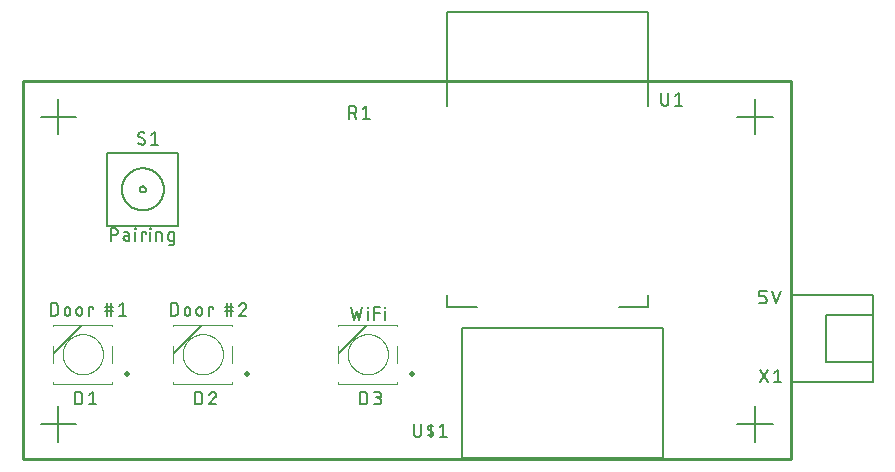
<source format=gbr>
G04 EAGLE Gerber RS-274X export*
G75*
%MOMM*%
%FSLAX34Y34*%
%LPD*%
%INSilkscreen Top*%
%IPPOS*%
%AMOC8*
5,1,8,0,0,1.08239X$1,22.5*%
G01*
G04 Define Apertures*
%ADD10C,0.203200*%
%ADD11C,0.152400*%
%ADD12C,0.200000*%
%ADD13C,0.127000*%
%ADD14C,0.120000*%
%ADD15C,0.500000*%
%ADD16C,0.254000*%
D10*
X623716Y132016D02*
X627272Y132016D01*
X627367Y132018D01*
X627463Y132024D01*
X627558Y132033D01*
X627652Y132047D01*
X627746Y132064D01*
X627839Y132085D01*
X627932Y132110D01*
X628023Y132138D01*
X628113Y132170D01*
X628201Y132206D01*
X628288Y132245D01*
X628374Y132288D01*
X628458Y132334D01*
X628539Y132383D01*
X628619Y132436D01*
X628696Y132492D01*
X628772Y132550D01*
X628844Y132612D01*
X628914Y132677D01*
X628982Y132745D01*
X629047Y132815D01*
X629109Y132887D01*
X629167Y132963D01*
X629223Y133040D01*
X629276Y133120D01*
X629325Y133202D01*
X629371Y133285D01*
X629414Y133371D01*
X629453Y133458D01*
X629489Y133546D01*
X629521Y133636D01*
X629549Y133727D01*
X629574Y133820D01*
X629595Y133913D01*
X629612Y134007D01*
X629626Y134101D01*
X629635Y134196D01*
X629641Y134292D01*
X629643Y134387D01*
X629643Y135572D01*
X629641Y135667D01*
X629635Y135763D01*
X629626Y135858D01*
X629612Y135952D01*
X629595Y136046D01*
X629574Y136139D01*
X629549Y136232D01*
X629521Y136323D01*
X629489Y136413D01*
X629453Y136501D01*
X629414Y136588D01*
X629371Y136674D01*
X629325Y136758D01*
X629276Y136839D01*
X629223Y136919D01*
X629167Y136996D01*
X629109Y137072D01*
X629047Y137144D01*
X628982Y137214D01*
X628914Y137282D01*
X628844Y137347D01*
X628772Y137409D01*
X628696Y137467D01*
X628619Y137523D01*
X628539Y137576D01*
X628458Y137625D01*
X628374Y137671D01*
X628288Y137714D01*
X628201Y137753D01*
X628113Y137789D01*
X628023Y137821D01*
X627932Y137849D01*
X627839Y137874D01*
X627746Y137895D01*
X627652Y137912D01*
X627558Y137926D01*
X627463Y137935D01*
X627367Y137941D01*
X627272Y137943D01*
X623716Y137943D01*
X623716Y142684D01*
X629643Y142684D01*
X634553Y142684D02*
X638109Y132016D01*
X641665Y142684D01*
X74676Y185166D02*
X74676Y195834D01*
X77639Y195834D01*
X77746Y195832D01*
X77853Y195826D01*
X77959Y195817D01*
X78065Y195803D01*
X78171Y195786D01*
X78276Y195765D01*
X78380Y195740D01*
X78483Y195711D01*
X78585Y195679D01*
X78686Y195643D01*
X78785Y195603D01*
X78883Y195560D01*
X78979Y195513D01*
X79074Y195463D01*
X79167Y195410D01*
X79257Y195353D01*
X79346Y195293D01*
X79432Y195230D01*
X79516Y195164D01*
X79598Y195094D01*
X79677Y195022D01*
X79753Y194947D01*
X79827Y194869D01*
X79897Y194789D01*
X79965Y194706D01*
X80030Y194621D01*
X80091Y194534D01*
X80150Y194444D01*
X80205Y194352D01*
X80257Y194259D01*
X80305Y194163D01*
X80350Y194066D01*
X80392Y193968D01*
X80429Y193868D01*
X80464Y193766D01*
X80494Y193664D01*
X80521Y193560D01*
X80544Y193456D01*
X80563Y193350D01*
X80578Y193244D01*
X80590Y193138D01*
X80598Y193031D01*
X80602Y192924D01*
X80602Y192818D01*
X80598Y192711D01*
X80590Y192604D01*
X80578Y192498D01*
X80563Y192392D01*
X80544Y192286D01*
X80521Y192182D01*
X80494Y192078D01*
X80464Y191976D01*
X80429Y191874D01*
X80392Y191774D01*
X80350Y191676D01*
X80305Y191579D01*
X80257Y191483D01*
X80205Y191390D01*
X80150Y191298D01*
X80091Y191208D01*
X80030Y191121D01*
X79965Y191036D01*
X79897Y190953D01*
X79827Y190873D01*
X79753Y190795D01*
X79677Y190720D01*
X79598Y190648D01*
X79516Y190578D01*
X79432Y190512D01*
X79346Y190449D01*
X79257Y190389D01*
X79167Y190332D01*
X79074Y190279D01*
X78979Y190229D01*
X78883Y190182D01*
X78785Y190139D01*
X78686Y190099D01*
X78585Y190063D01*
X78483Y190031D01*
X78380Y190002D01*
X78276Y189977D01*
X78171Y189956D01*
X78065Y189939D01*
X77959Y189925D01*
X77853Y189916D01*
X77746Y189910D01*
X77639Y189908D01*
X77639Y189907D02*
X74676Y189907D01*
X87288Y189315D02*
X89955Y189315D01*
X87288Y189314D02*
X87199Y189312D01*
X87110Y189306D01*
X87021Y189297D01*
X86933Y189283D01*
X86845Y189266D01*
X86758Y189245D01*
X86673Y189221D01*
X86588Y189192D01*
X86505Y189160D01*
X86423Y189125D01*
X86342Y189086D01*
X86264Y189044D01*
X86187Y188998D01*
X86113Y188949D01*
X86040Y188897D01*
X85970Y188841D01*
X85902Y188783D01*
X85837Y188722D01*
X85775Y188658D01*
X85715Y188592D01*
X85659Y188523D01*
X85605Y188452D01*
X85554Y188378D01*
X85507Y188303D01*
X85463Y188225D01*
X85422Y188146D01*
X85385Y188065D01*
X85351Y187982D01*
X85321Y187898D01*
X85295Y187813D01*
X85272Y187726D01*
X85253Y187639D01*
X85237Y187551D01*
X85226Y187463D01*
X85218Y187374D01*
X85214Y187285D01*
X85214Y187195D01*
X85218Y187106D01*
X85226Y187017D01*
X85237Y186929D01*
X85253Y186841D01*
X85272Y186754D01*
X85295Y186667D01*
X85321Y186582D01*
X85351Y186498D01*
X85385Y186415D01*
X85422Y186334D01*
X85463Y186255D01*
X85507Y186177D01*
X85554Y186102D01*
X85605Y186028D01*
X85659Y185957D01*
X85715Y185888D01*
X85775Y185822D01*
X85837Y185758D01*
X85902Y185697D01*
X85970Y185639D01*
X86040Y185583D01*
X86113Y185531D01*
X86187Y185482D01*
X86264Y185436D01*
X86342Y185394D01*
X86423Y185355D01*
X86505Y185320D01*
X86588Y185288D01*
X86673Y185259D01*
X86758Y185235D01*
X86845Y185214D01*
X86933Y185197D01*
X87021Y185183D01*
X87110Y185174D01*
X87199Y185168D01*
X87288Y185166D01*
X89955Y185166D01*
X89955Y190500D01*
X89953Y190582D01*
X89947Y190664D01*
X89938Y190746D01*
X89925Y190827D01*
X89908Y190907D01*
X89887Y190987D01*
X89863Y191065D01*
X89835Y191142D01*
X89804Y191218D01*
X89769Y191293D01*
X89730Y191365D01*
X89689Y191436D01*
X89644Y191505D01*
X89596Y191571D01*
X89545Y191636D01*
X89491Y191698D01*
X89434Y191757D01*
X89375Y191814D01*
X89313Y191868D01*
X89248Y191919D01*
X89182Y191967D01*
X89113Y192012D01*
X89042Y192053D01*
X88970Y192092D01*
X88895Y192127D01*
X88819Y192158D01*
X88742Y192186D01*
X88664Y192210D01*
X88584Y192231D01*
X88504Y192248D01*
X88423Y192261D01*
X88341Y192270D01*
X88259Y192276D01*
X88177Y192278D01*
X85806Y192278D01*
X95292Y192278D02*
X95292Y185166D01*
X94996Y195241D02*
X94996Y195834D01*
X95589Y195834D01*
X95589Y195241D01*
X94996Y195241D01*
X100641Y192278D02*
X100641Y185166D01*
X100641Y192278D02*
X104197Y192278D01*
X104197Y191093D01*
X107865Y192278D02*
X107865Y185166D01*
X107569Y195241D02*
X107569Y195834D01*
X108162Y195834D01*
X108162Y195241D01*
X107569Y195241D01*
X113115Y192278D02*
X113115Y185166D01*
X113115Y192278D02*
X116078Y192278D01*
X116160Y192276D01*
X116242Y192270D01*
X116324Y192261D01*
X116405Y192248D01*
X116485Y192231D01*
X116565Y192210D01*
X116643Y192186D01*
X116720Y192158D01*
X116796Y192127D01*
X116871Y192092D01*
X116943Y192053D01*
X117014Y192012D01*
X117083Y191967D01*
X117149Y191919D01*
X117214Y191868D01*
X117276Y191814D01*
X117335Y191757D01*
X117392Y191698D01*
X117446Y191636D01*
X117497Y191571D01*
X117545Y191505D01*
X117590Y191436D01*
X117631Y191365D01*
X117670Y191293D01*
X117705Y191218D01*
X117736Y191142D01*
X117764Y191065D01*
X117788Y190987D01*
X117809Y190907D01*
X117826Y190827D01*
X117839Y190746D01*
X117848Y190664D01*
X117854Y190582D01*
X117856Y190500D01*
X117856Y185166D01*
X125091Y185166D02*
X128054Y185166D01*
X125091Y185166D02*
X125009Y185168D01*
X124927Y185174D01*
X124845Y185183D01*
X124764Y185196D01*
X124684Y185213D01*
X124604Y185234D01*
X124526Y185258D01*
X124449Y185286D01*
X124373Y185317D01*
X124298Y185352D01*
X124226Y185391D01*
X124155Y185432D01*
X124086Y185477D01*
X124020Y185525D01*
X123955Y185576D01*
X123893Y185630D01*
X123834Y185687D01*
X123777Y185746D01*
X123723Y185808D01*
X123672Y185873D01*
X123624Y185939D01*
X123579Y186008D01*
X123538Y186079D01*
X123499Y186151D01*
X123464Y186226D01*
X123433Y186302D01*
X123405Y186379D01*
X123381Y186457D01*
X123360Y186537D01*
X123343Y186617D01*
X123330Y186698D01*
X123321Y186780D01*
X123315Y186862D01*
X123313Y186944D01*
X123313Y190500D01*
X123315Y190582D01*
X123321Y190664D01*
X123330Y190746D01*
X123343Y190827D01*
X123360Y190907D01*
X123381Y190987D01*
X123405Y191065D01*
X123433Y191142D01*
X123464Y191218D01*
X123499Y191293D01*
X123538Y191365D01*
X123579Y191436D01*
X123624Y191505D01*
X123672Y191571D01*
X123723Y191636D01*
X123777Y191698D01*
X123834Y191757D01*
X123893Y191814D01*
X123955Y191868D01*
X124020Y191919D01*
X124086Y191967D01*
X124155Y192012D01*
X124226Y192053D01*
X124298Y192092D01*
X124373Y192127D01*
X124449Y192158D01*
X124526Y192186D01*
X124604Y192210D01*
X124684Y192231D01*
X124764Y192248D01*
X124845Y192261D01*
X124927Y192270D01*
X125009Y192276D01*
X125091Y192278D01*
X128054Y192278D01*
X128054Y183388D01*
X128052Y183306D01*
X128046Y183224D01*
X128037Y183142D01*
X128024Y183061D01*
X128007Y182981D01*
X127986Y182901D01*
X127962Y182823D01*
X127934Y182746D01*
X127903Y182670D01*
X127868Y182595D01*
X127829Y182523D01*
X127788Y182452D01*
X127743Y182383D01*
X127695Y182317D01*
X127644Y182252D01*
X127590Y182190D01*
X127533Y182131D01*
X127474Y182074D01*
X127412Y182020D01*
X127347Y181969D01*
X127281Y181921D01*
X127212Y181876D01*
X127141Y181835D01*
X127069Y181796D01*
X126994Y181761D01*
X126918Y181730D01*
X126841Y181702D01*
X126763Y181678D01*
X126683Y181657D01*
X126603Y181640D01*
X126522Y181627D01*
X126440Y181618D01*
X126358Y181612D01*
X126276Y181610D01*
X123906Y181610D01*
X277876Y128684D02*
X280247Y118016D01*
X282617Y125128D01*
X284988Y118016D01*
X287359Y128684D01*
X292142Y125128D02*
X292142Y118016D01*
X291846Y128091D02*
X291846Y128684D01*
X292439Y128684D01*
X292439Y128091D01*
X291846Y128091D01*
X297595Y128684D02*
X297595Y118016D01*
X297595Y128684D02*
X302336Y128684D01*
X302336Y123943D02*
X297595Y123943D01*
X306620Y125128D02*
X306620Y118016D01*
X306324Y128091D02*
X306324Y128684D01*
X306917Y128684D01*
X306917Y128091D01*
X306324Y128091D01*
X125476Y132334D02*
X125476Y121666D01*
X125476Y132334D02*
X128439Y132334D01*
X128545Y132332D01*
X128650Y132326D01*
X128756Y132317D01*
X128861Y132304D01*
X128965Y132287D01*
X129069Y132266D01*
X129172Y132242D01*
X129274Y132214D01*
X129375Y132182D01*
X129474Y132147D01*
X129573Y132108D01*
X129670Y132066D01*
X129765Y132021D01*
X129859Y131972D01*
X129951Y131919D01*
X130041Y131864D01*
X130129Y131805D01*
X130215Y131743D01*
X130298Y131678D01*
X130379Y131610D01*
X130458Y131540D01*
X130534Y131466D01*
X130608Y131390D01*
X130678Y131311D01*
X130746Y131230D01*
X130811Y131147D01*
X130873Y131061D01*
X130932Y130973D01*
X130987Y130883D01*
X131040Y130791D01*
X131089Y130697D01*
X131134Y130602D01*
X131176Y130505D01*
X131215Y130406D01*
X131250Y130307D01*
X131282Y130206D01*
X131310Y130104D01*
X131334Y130001D01*
X131355Y129897D01*
X131372Y129793D01*
X131385Y129688D01*
X131394Y129582D01*
X131400Y129477D01*
X131402Y129371D01*
X131403Y129371D02*
X131403Y124629D01*
X131402Y124629D02*
X131400Y124523D01*
X131394Y124418D01*
X131385Y124312D01*
X131372Y124207D01*
X131355Y124103D01*
X131334Y123999D01*
X131310Y123896D01*
X131282Y123794D01*
X131250Y123693D01*
X131215Y123594D01*
X131176Y123495D01*
X131134Y123398D01*
X131089Y123303D01*
X131040Y123209D01*
X130987Y123117D01*
X130932Y123027D01*
X130873Y122939D01*
X130811Y122853D01*
X130746Y122770D01*
X130678Y122689D01*
X130608Y122610D01*
X130534Y122534D01*
X130458Y122460D01*
X130379Y122390D01*
X130298Y122322D01*
X130215Y122257D01*
X130129Y122195D01*
X130041Y122136D01*
X129951Y122081D01*
X129859Y122028D01*
X129765Y121979D01*
X129670Y121934D01*
X129573Y121892D01*
X129474Y121853D01*
X129375Y121818D01*
X129274Y121786D01*
X129172Y121758D01*
X129069Y121734D01*
X128965Y121713D01*
X128861Y121696D01*
X128756Y121683D01*
X128650Y121674D01*
X128545Y121668D01*
X128439Y121666D01*
X125476Y121666D01*
X137118Y124037D02*
X137118Y126407D01*
X137117Y126407D02*
X137119Y126504D01*
X137125Y126600D01*
X137135Y126696D01*
X137149Y126792D01*
X137166Y126887D01*
X137188Y126982D01*
X137213Y127075D01*
X137242Y127167D01*
X137275Y127258D01*
X137312Y127348D01*
X137352Y127436D01*
X137396Y127522D01*
X137443Y127606D01*
X137493Y127689D01*
X137547Y127769D01*
X137605Y127847D01*
X137665Y127923D01*
X137728Y127996D01*
X137794Y128066D01*
X137864Y128134D01*
X137935Y128199D01*
X138010Y128261D01*
X138087Y128319D01*
X138166Y128375D01*
X138247Y128427D01*
X138331Y128476D01*
X138416Y128522D01*
X138503Y128564D01*
X138592Y128602D01*
X138682Y128637D01*
X138774Y128668D01*
X138867Y128695D01*
X138960Y128719D01*
X139055Y128738D01*
X139151Y128754D01*
X139247Y128766D01*
X139343Y128774D01*
X139440Y128778D01*
X139536Y128778D01*
X139633Y128774D01*
X139729Y128766D01*
X139825Y128754D01*
X139921Y128738D01*
X140016Y128719D01*
X140109Y128695D01*
X140202Y128668D01*
X140294Y128637D01*
X140384Y128602D01*
X140473Y128564D01*
X140560Y128522D01*
X140645Y128476D01*
X140729Y128427D01*
X140810Y128375D01*
X140889Y128319D01*
X140966Y128261D01*
X141041Y128199D01*
X141112Y128134D01*
X141182Y128066D01*
X141248Y127996D01*
X141311Y127923D01*
X141371Y127847D01*
X141429Y127769D01*
X141483Y127689D01*
X141533Y127606D01*
X141580Y127522D01*
X141624Y127436D01*
X141664Y127348D01*
X141701Y127258D01*
X141734Y127167D01*
X141763Y127075D01*
X141788Y126982D01*
X141810Y126887D01*
X141827Y126792D01*
X141841Y126696D01*
X141851Y126600D01*
X141857Y126504D01*
X141859Y126407D01*
X141859Y124037D01*
X141857Y123940D01*
X141851Y123844D01*
X141841Y123748D01*
X141827Y123652D01*
X141810Y123557D01*
X141788Y123462D01*
X141763Y123369D01*
X141734Y123277D01*
X141701Y123186D01*
X141664Y123096D01*
X141624Y123008D01*
X141580Y122922D01*
X141533Y122838D01*
X141483Y122755D01*
X141429Y122675D01*
X141371Y122597D01*
X141311Y122521D01*
X141248Y122448D01*
X141182Y122378D01*
X141112Y122310D01*
X141041Y122245D01*
X140966Y122183D01*
X140889Y122125D01*
X140810Y122069D01*
X140729Y122017D01*
X140645Y121968D01*
X140560Y121922D01*
X140473Y121880D01*
X140384Y121842D01*
X140294Y121807D01*
X140202Y121776D01*
X140109Y121749D01*
X140016Y121725D01*
X139921Y121706D01*
X139825Y121690D01*
X139729Y121678D01*
X139633Y121670D01*
X139536Y121666D01*
X139440Y121666D01*
X139343Y121670D01*
X139247Y121678D01*
X139151Y121690D01*
X139055Y121706D01*
X138960Y121725D01*
X138867Y121749D01*
X138774Y121776D01*
X138682Y121807D01*
X138592Y121842D01*
X138503Y121880D01*
X138416Y121922D01*
X138331Y121968D01*
X138247Y122017D01*
X138166Y122069D01*
X138087Y122125D01*
X138010Y122183D01*
X137935Y122245D01*
X137864Y122310D01*
X137794Y122378D01*
X137728Y122448D01*
X137665Y122521D01*
X137605Y122597D01*
X137547Y122675D01*
X137493Y122755D01*
X137443Y122838D01*
X137396Y122922D01*
X137352Y123008D01*
X137312Y123096D01*
X137275Y123186D01*
X137242Y123277D01*
X137213Y123369D01*
X137188Y123462D01*
X137166Y123557D01*
X137149Y123652D01*
X137135Y123748D01*
X137125Y123844D01*
X137119Y123940D01*
X137117Y124037D01*
X147024Y124037D02*
X147024Y126407D01*
X147023Y126407D02*
X147025Y126504D01*
X147031Y126600D01*
X147041Y126696D01*
X147055Y126792D01*
X147072Y126887D01*
X147094Y126982D01*
X147119Y127075D01*
X147148Y127167D01*
X147181Y127258D01*
X147218Y127348D01*
X147258Y127436D01*
X147302Y127522D01*
X147349Y127606D01*
X147399Y127689D01*
X147453Y127769D01*
X147511Y127847D01*
X147571Y127923D01*
X147634Y127996D01*
X147700Y128066D01*
X147770Y128134D01*
X147841Y128199D01*
X147916Y128261D01*
X147993Y128319D01*
X148072Y128375D01*
X148153Y128427D01*
X148237Y128476D01*
X148322Y128522D01*
X148409Y128564D01*
X148498Y128602D01*
X148588Y128637D01*
X148680Y128668D01*
X148773Y128695D01*
X148866Y128719D01*
X148961Y128738D01*
X149057Y128754D01*
X149153Y128766D01*
X149249Y128774D01*
X149346Y128778D01*
X149442Y128778D01*
X149539Y128774D01*
X149635Y128766D01*
X149731Y128754D01*
X149827Y128738D01*
X149922Y128719D01*
X150015Y128695D01*
X150108Y128668D01*
X150200Y128637D01*
X150290Y128602D01*
X150379Y128564D01*
X150466Y128522D01*
X150551Y128476D01*
X150635Y128427D01*
X150716Y128375D01*
X150795Y128319D01*
X150872Y128261D01*
X150947Y128199D01*
X151018Y128134D01*
X151088Y128066D01*
X151154Y127996D01*
X151217Y127923D01*
X151277Y127847D01*
X151335Y127769D01*
X151389Y127689D01*
X151439Y127606D01*
X151486Y127522D01*
X151530Y127436D01*
X151570Y127348D01*
X151607Y127258D01*
X151640Y127167D01*
X151669Y127075D01*
X151694Y126982D01*
X151716Y126887D01*
X151733Y126792D01*
X151747Y126696D01*
X151757Y126600D01*
X151763Y126504D01*
X151765Y126407D01*
X151765Y124037D01*
X151763Y123940D01*
X151757Y123844D01*
X151747Y123748D01*
X151733Y123652D01*
X151716Y123557D01*
X151694Y123462D01*
X151669Y123369D01*
X151640Y123277D01*
X151607Y123186D01*
X151570Y123096D01*
X151530Y123008D01*
X151486Y122922D01*
X151439Y122838D01*
X151389Y122755D01*
X151335Y122675D01*
X151277Y122597D01*
X151217Y122521D01*
X151154Y122448D01*
X151088Y122378D01*
X151018Y122310D01*
X150947Y122245D01*
X150872Y122183D01*
X150795Y122125D01*
X150716Y122069D01*
X150635Y122017D01*
X150551Y121968D01*
X150466Y121922D01*
X150379Y121880D01*
X150290Y121842D01*
X150200Y121807D01*
X150108Y121776D01*
X150015Y121749D01*
X149922Y121725D01*
X149827Y121706D01*
X149731Y121690D01*
X149635Y121678D01*
X149539Y121670D01*
X149442Y121666D01*
X149346Y121666D01*
X149249Y121670D01*
X149153Y121678D01*
X149057Y121690D01*
X148961Y121706D01*
X148866Y121725D01*
X148773Y121749D01*
X148680Y121776D01*
X148588Y121807D01*
X148498Y121842D01*
X148409Y121880D01*
X148322Y121922D01*
X148237Y121968D01*
X148153Y122017D01*
X148072Y122069D01*
X147993Y122125D01*
X147916Y122183D01*
X147841Y122245D01*
X147770Y122310D01*
X147700Y122378D01*
X147634Y122448D01*
X147571Y122521D01*
X147511Y122597D01*
X147453Y122675D01*
X147399Y122755D01*
X147349Y122838D01*
X147302Y122922D01*
X147258Y123008D01*
X147218Y123096D01*
X147181Y123186D01*
X147148Y123277D01*
X147119Y123369D01*
X147094Y123462D01*
X147072Y123557D01*
X147055Y123652D01*
X147041Y123748D01*
X147031Y123844D01*
X147025Y123940D01*
X147023Y124037D01*
X157410Y121666D02*
X157410Y128778D01*
X160966Y128778D01*
X160966Y127593D01*
X170984Y125222D02*
X178096Y125222D01*
X178096Y128778D02*
X170984Y128778D01*
X172762Y132334D02*
X172762Y121666D01*
X176318Y121666D02*
X176318Y132334D01*
X186648Y132334D02*
X186750Y132332D01*
X186852Y132326D01*
X186954Y132316D01*
X187055Y132303D01*
X187156Y132285D01*
X187256Y132264D01*
X187355Y132239D01*
X187453Y132210D01*
X187549Y132177D01*
X187645Y132141D01*
X187739Y132101D01*
X187831Y132057D01*
X187922Y132010D01*
X188011Y131959D01*
X188098Y131906D01*
X188182Y131848D01*
X188265Y131788D01*
X188345Y131725D01*
X188422Y131658D01*
X188497Y131589D01*
X188570Y131516D01*
X188639Y131441D01*
X188706Y131364D01*
X188769Y131284D01*
X188829Y131201D01*
X188887Y131117D01*
X188940Y131030D01*
X188991Y130941D01*
X189038Y130850D01*
X189082Y130758D01*
X189122Y130664D01*
X189158Y130568D01*
X189191Y130472D01*
X189220Y130374D01*
X189245Y130275D01*
X189266Y130175D01*
X189284Y130074D01*
X189297Y129973D01*
X189307Y129871D01*
X189313Y129769D01*
X189315Y129667D01*
X186648Y132334D02*
X186532Y132332D01*
X186415Y132326D01*
X186299Y132316D01*
X186184Y132302D01*
X186069Y132285D01*
X185954Y132263D01*
X185841Y132237D01*
X185728Y132208D01*
X185616Y132175D01*
X185506Y132138D01*
X185397Y132097D01*
X185289Y132053D01*
X185183Y132005D01*
X185079Y131953D01*
X184976Y131898D01*
X184875Y131840D01*
X184777Y131778D01*
X184680Y131713D01*
X184586Y131644D01*
X184494Y131572D01*
X184405Y131498D01*
X184318Y131420D01*
X184234Y131339D01*
X184153Y131256D01*
X184075Y131170D01*
X183999Y131081D01*
X183927Y130990D01*
X183858Y130896D01*
X183792Y130800D01*
X183729Y130702D01*
X183670Y130602D01*
X183614Y130500D01*
X183562Y130396D01*
X183513Y130290D01*
X183468Y130183D01*
X183426Y130074D01*
X183389Y129964D01*
X188426Y127592D02*
X188501Y127666D01*
X188573Y127743D01*
X188642Y127823D01*
X188709Y127905D01*
X188772Y127989D01*
X188832Y128076D01*
X188889Y128164D01*
X188943Y128255D01*
X188993Y128348D01*
X189040Y128442D01*
X189083Y128538D01*
X189123Y128636D01*
X189159Y128735D01*
X189192Y128835D01*
X189220Y128937D01*
X189245Y129039D01*
X189267Y129143D01*
X189284Y129247D01*
X189298Y129351D01*
X189307Y129456D01*
X189313Y129562D01*
X189315Y129667D01*
X188426Y127593D02*
X183388Y121666D01*
X189315Y121666D01*
X23876Y121666D02*
X23876Y132334D01*
X26839Y132334D01*
X26945Y132332D01*
X27050Y132326D01*
X27156Y132317D01*
X27261Y132304D01*
X27365Y132287D01*
X27469Y132266D01*
X27572Y132242D01*
X27674Y132214D01*
X27775Y132182D01*
X27874Y132147D01*
X27973Y132108D01*
X28070Y132066D01*
X28165Y132021D01*
X28259Y131972D01*
X28351Y131919D01*
X28441Y131864D01*
X28529Y131805D01*
X28615Y131743D01*
X28698Y131678D01*
X28779Y131610D01*
X28858Y131540D01*
X28934Y131466D01*
X29008Y131390D01*
X29078Y131311D01*
X29146Y131230D01*
X29211Y131147D01*
X29273Y131061D01*
X29332Y130973D01*
X29387Y130883D01*
X29440Y130791D01*
X29489Y130697D01*
X29534Y130602D01*
X29576Y130505D01*
X29615Y130406D01*
X29650Y130307D01*
X29682Y130206D01*
X29710Y130104D01*
X29734Y130001D01*
X29755Y129897D01*
X29772Y129793D01*
X29785Y129688D01*
X29794Y129582D01*
X29800Y129477D01*
X29802Y129371D01*
X29803Y129371D02*
X29803Y124629D01*
X29802Y124629D02*
X29800Y124523D01*
X29794Y124418D01*
X29785Y124312D01*
X29772Y124207D01*
X29755Y124103D01*
X29734Y123999D01*
X29710Y123896D01*
X29682Y123794D01*
X29650Y123693D01*
X29615Y123594D01*
X29576Y123495D01*
X29534Y123398D01*
X29489Y123303D01*
X29440Y123209D01*
X29387Y123117D01*
X29332Y123027D01*
X29273Y122939D01*
X29211Y122853D01*
X29146Y122770D01*
X29078Y122689D01*
X29008Y122610D01*
X28934Y122534D01*
X28858Y122460D01*
X28779Y122390D01*
X28698Y122322D01*
X28615Y122257D01*
X28529Y122195D01*
X28441Y122136D01*
X28351Y122081D01*
X28259Y122028D01*
X28165Y121979D01*
X28070Y121934D01*
X27973Y121892D01*
X27874Y121853D01*
X27775Y121818D01*
X27674Y121786D01*
X27572Y121758D01*
X27469Y121734D01*
X27365Y121713D01*
X27261Y121696D01*
X27156Y121683D01*
X27050Y121674D01*
X26945Y121668D01*
X26839Y121666D01*
X23876Y121666D01*
X35518Y124037D02*
X35518Y126407D01*
X35517Y126407D02*
X35519Y126504D01*
X35525Y126600D01*
X35535Y126696D01*
X35549Y126792D01*
X35566Y126887D01*
X35588Y126982D01*
X35613Y127075D01*
X35642Y127167D01*
X35675Y127258D01*
X35712Y127348D01*
X35752Y127436D01*
X35796Y127522D01*
X35843Y127606D01*
X35893Y127689D01*
X35947Y127769D01*
X36005Y127847D01*
X36065Y127923D01*
X36128Y127996D01*
X36194Y128066D01*
X36264Y128134D01*
X36335Y128199D01*
X36410Y128261D01*
X36487Y128319D01*
X36566Y128375D01*
X36647Y128427D01*
X36731Y128476D01*
X36816Y128522D01*
X36903Y128564D01*
X36992Y128602D01*
X37082Y128637D01*
X37174Y128668D01*
X37267Y128695D01*
X37360Y128719D01*
X37455Y128738D01*
X37551Y128754D01*
X37647Y128766D01*
X37743Y128774D01*
X37840Y128778D01*
X37936Y128778D01*
X38033Y128774D01*
X38129Y128766D01*
X38225Y128754D01*
X38321Y128738D01*
X38416Y128719D01*
X38509Y128695D01*
X38602Y128668D01*
X38694Y128637D01*
X38784Y128602D01*
X38873Y128564D01*
X38960Y128522D01*
X39045Y128476D01*
X39129Y128427D01*
X39210Y128375D01*
X39289Y128319D01*
X39366Y128261D01*
X39441Y128199D01*
X39512Y128134D01*
X39582Y128066D01*
X39648Y127996D01*
X39711Y127923D01*
X39771Y127847D01*
X39829Y127769D01*
X39883Y127689D01*
X39933Y127606D01*
X39980Y127522D01*
X40024Y127436D01*
X40064Y127348D01*
X40101Y127258D01*
X40134Y127167D01*
X40163Y127075D01*
X40188Y126982D01*
X40210Y126887D01*
X40227Y126792D01*
X40241Y126696D01*
X40251Y126600D01*
X40257Y126504D01*
X40259Y126407D01*
X40259Y124037D01*
X40257Y123940D01*
X40251Y123844D01*
X40241Y123748D01*
X40227Y123652D01*
X40210Y123557D01*
X40188Y123462D01*
X40163Y123369D01*
X40134Y123277D01*
X40101Y123186D01*
X40064Y123096D01*
X40024Y123008D01*
X39980Y122922D01*
X39933Y122838D01*
X39883Y122755D01*
X39829Y122675D01*
X39771Y122597D01*
X39711Y122521D01*
X39648Y122448D01*
X39582Y122378D01*
X39512Y122310D01*
X39441Y122245D01*
X39366Y122183D01*
X39289Y122125D01*
X39210Y122069D01*
X39129Y122017D01*
X39045Y121968D01*
X38960Y121922D01*
X38873Y121880D01*
X38784Y121842D01*
X38694Y121807D01*
X38602Y121776D01*
X38509Y121749D01*
X38416Y121725D01*
X38321Y121706D01*
X38225Y121690D01*
X38129Y121678D01*
X38033Y121670D01*
X37936Y121666D01*
X37840Y121666D01*
X37743Y121670D01*
X37647Y121678D01*
X37551Y121690D01*
X37455Y121706D01*
X37360Y121725D01*
X37267Y121749D01*
X37174Y121776D01*
X37082Y121807D01*
X36992Y121842D01*
X36903Y121880D01*
X36816Y121922D01*
X36731Y121968D01*
X36647Y122017D01*
X36566Y122069D01*
X36487Y122125D01*
X36410Y122183D01*
X36335Y122245D01*
X36264Y122310D01*
X36194Y122378D01*
X36128Y122448D01*
X36065Y122521D01*
X36005Y122597D01*
X35947Y122675D01*
X35893Y122755D01*
X35843Y122838D01*
X35796Y122922D01*
X35752Y123008D01*
X35712Y123096D01*
X35675Y123186D01*
X35642Y123277D01*
X35613Y123369D01*
X35588Y123462D01*
X35566Y123557D01*
X35549Y123652D01*
X35535Y123748D01*
X35525Y123844D01*
X35519Y123940D01*
X35517Y124037D01*
X45424Y124037D02*
X45424Y126407D01*
X45423Y126407D02*
X45425Y126504D01*
X45431Y126600D01*
X45441Y126696D01*
X45455Y126792D01*
X45472Y126887D01*
X45494Y126982D01*
X45519Y127075D01*
X45548Y127167D01*
X45581Y127258D01*
X45618Y127348D01*
X45658Y127436D01*
X45702Y127522D01*
X45749Y127606D01*
X45799Y127689D01*
X45853Y127769D01*
X45911Y127847D01*
X45971Y127923D01*
X46034Y127996D01*
X46100Y128066D01*
X46170Y128134D01*
X46241Y128199D01*
X46316Y128261D01*
X46393Y128319D01*
X46472Y128375D01*
X46553Y128427D01*
X46637Y128476D01*
X46722Y128522D01*
X46809Y128564D01*
X46898Y128602D01*
X46988Y128637D01*
X47080Y128668D01*
X47173Y128695D01*
X47266Y128719D01*
X47361Y128738D01*
X47457Y128754D01*
X47553Y128766D01*
X47649Y128774D01*
X47746Y128778D01*
X47842Y128778D01*
X47939Y128774D01*
X48035Y128766D01*
X48131Y128754D01*
X48227Y128738D01*
X48322Y128719D01*
X48415Y128695D01*
X48508Y128668D01*
X48600Y128637D01*
X48690Y128602D01*
X48779Y128564D01*
X48866Y128522D01*
X48951Y128476D01*
X49035Y128427D01*
X49116Y128375D01*
X49195Y128319D01*
X49272Y128261D01*
X49347Y128199D01*
X49418Y128134D01*
X49488Y128066D01*
X49554Y127996D01*
X49617Y127923D01*
X49677Y127847D01*
X49735Y127769D01*
X49789Y127689D01*
X49839Y127606D01*
X49886Y127522D01*
X49930Y127436D01*
X49970Y127348D01*
X50007Y127258D01*
X50040Y127167D01*
X50069Y127075D01*
X50094Y126982D01*
X50116Y126887D01*
X50133Y126792D01*
X50147Y126696D01*
X50157Y126600D01*
X50163Y126504D01*
X50165Y126407D01*
X50165Y124037D01*
X50163Y123940D01*
X50157Y123844D01*
X50147Y123748D01*
X50133Y123652D01*
X50116Y123557D01*
X50094Y123462D01*
X50069Y123369D01*
X50040Y123277D01*
X50007Y123186D01*
X49970Y123096D01*
X49930Y123008D01*
X49886Y122922D01*
X49839Y122838D01*
X49789Y122755D01*
X49735Y122675D01*
X49677Y122597D01*
X49617Y122521D01*
X49554Y122448D01*
X49488Y122378D01*
X49418Y122310D01*
X49347Y122245D01*
X49272Y122183D01*
X49195Y122125D01*
X49116Y122069D01*
X49035Y122017D01*
X48951Y121968D01*
X48866Y121922D01*
X48779Y121880D01*
X48690Y121842D01*
X48600Y121807D01*
X48508Y121776D01*
X48415Y121749D01*
X48322Y121725D01*
X48227Y121706D01*
X48131Y121690D01*
X48035Y121678D01*
X47939Y121670D01*
X47842Y121666D01*
X47746Y121666D01*
X47649Y121670D01*
X47553Y121678D01*
X47457Y121690D01*
X47361Y121706D01*
X47266Y121725D01*
X47173Y121749D01*
X47080Y121776D01*
X46988Y121807D01*
X46898Y121842D01*
X46809Y121880D01*
X46722Y121922D01*
X46637Y121968D01*
X46553Y122017D01*
X46472Y122069D01*
X46393Y122125D01*
X46316Y122183D01*
X46241Y122245D01*
X46170Y122310D01*
X46100Y122378D01*
X46034Y122448D01*
X45971Y122521D01*
X45911Y122597D01*
X45853Y122675D01*
X45799Y122755D01*
X45749Y122838D01*
X45702Y122922D01*
X45658Y123008D01*
X45618Y123096D01*
X45581Y123186D01*
X45548Y123277D01*
X45519Y123369D01*
X45494Y123462D01*
X45472Y123557D01*
X45455Y123652D01*
X45441Y123748D01*
X45431Y123844D01*
X45425Y123940D01*
X45423Y124037D01*
X55810Y121666D02*
X55810Y128778D01*
X59366Y128778D01*
X59366Y127593D01*
X69384Y125222D02*
X76496Y125222D01*
X76496Y128778D02*
X69384Y128778D01*
X71162Y132334D02*
X71162Y121666D01*
X74718Y121666D02*
X74718Y132334D01*
X81788Y129963D02*
X84751Y132334D01*
X84751Y121666D01*
X81788Y121666D02*
X87715Y121666D01*
D11*
X50000Y113500D02*
X26000Y90000D01*
X127600Y90000D02*
X151600Y113500D01*
X267300Y90000D02*
X291300Y113500D01*
X45000Y290000D02*
X15000Y290000D01*
X30000Y305000D02*
X30000Y275000D01*
X605000Y290000D02*
X635000Y290000D01*
X620000Y305000D02*
X620000Y275000D01*
X605000Y30000D02*
X635000Y30000D01*
X620000Y45000D02*
X620000Y15000D01*
X45000Y30000D02*
X15000Y30000D01*
X30000Y45000D02*
X30000Y15000D01*
D12*
X359500Y378740D02*
X529500Y378740D01*
X359500Y138740D02*
X359500Y128740D01*
X384500Y128740D01*
X504500Y128740D02*
X529500Y128740D01*
X529500Y138740D01*
X359500Y298740D02*
X359500Y378740D01*
X529500Y378740D02*
X529500Y298740D01*
D10*
X540711Y302258D02*
X540711Y309963D01*
X540711Y302258D02*
X540713Y302151D01*
X540719Y302044D01*
X540728Y301938D01*
X540742Y301832D01*
X540759Y301726D01*
X540780Y301621D01*
X540805Y301517D01*
X540834Y301414D01*
X540866Y301312D01*
X540902Y301211D01*
X540942Y301112D01*
X540985Y301014D01*
X541032Y300918D01*
X541082Y300823D01*
X541135Y300730D01*
X541192Y300640D01*
X541252Y300551D01*
X541315Y300465D01*
X541381Y300381D01*
X541451Y300299D01*
X541523Y300220D01*
X541598Y300144D01*
X541676Y300070D01*
X541756Y300000D01*
X541839Y299932D01*
X541924Y299867D01*
X542011Y299806D01*
X542101Y299747D01*
X542193Y299692D01*
X542286Y299640D01*
X542382Y299592D01*
X542479Y299547D01*
X542577Y299505D01*
X542677Y299468D01*
X542779Y299433D01*
X542881Y299403D01*
X542985Y299376D01*
X543089Y299353D01*
X543195Y299334D01*
X543301Y299319D01*
X543407Y299307D01*
X543514Y299299D01*
X543621Y299295D01*
X543727Y299295D01*
X543834Y299299D01*
X543941Y299307D01*
X544047Y299319D01*
X544153Y299334D01*
X544259Y299353D01*
X544363Y299376D01*
X544467Y299403D01*
X544569Y299433D01*
X544671Y299468D01*
X544771Y299505D01*
X544869Y299547D01*
X544966Y299592D01*
X545062Y299640D01*
X545156Y299692D01*
X545247Y299747D01*
X545337Y299806D01*
X545424Y299867D01*
X545509Y299932D01*
X545592Y300000D01*
X545672Y300070D01*
X545750Y300144D01*
X545825Y300220D01*
X545897Y300299D01*
X545967Y300381D01*
X546033Y300465D01*
X546096Y300551D01*
X546156Y300640D01*
X546213Y300730D01*
X546266Y300823D01*
X546316Y300918D01*
X546363Y301014D01*
X546406Y301112D01*
X546446Y301211D01*
X546482Y301312D01*
X546514Y301414D01*
X546543Y301517D01*
X546568Y301621D01*
X546589Y301726D01*
X546606Y301832D01*
X546620Y301938D01*
X546629Y302044D01*
X546635Y302151D01*
X546637Y302258D01*
X546637Y309963D01*
X552522Y307592D02*
X555485Y309963D01*
X555485Y299295D01*
X552522Y299295D02*
X558448Y299295D01*
D13*
X131600Y259600D02*
X71600Y259600D01*
X131600Y259600D02*
X131600Y197600D01*
X71600Y197600D01*
X71600Y259600D01*
D11*
X83820Y228600D02*
X83825Y229036D01*
X83841Y229472D01*
X83868Y229908D01*
X83906Y230343D01*
X83954Y230776D01*
X84012Y231209D01*
X84082Y231640D01*
X84162Y232069D01*
X84252Y232496D01*
X84353Y232920D01*
X84464Y233342D01*
X84586Y233761D01*
X84717Y234177D01*
X84859Y234590D01*
X85011Y234999D01*
X85173Y235404D01*
X85345Y235805D01*
X85527Y236202D01*
X85718Y236594D01*
X85919Y236981D01*
X86130Y237364D01*
X86350Y237741D01*
X86579Y238112D01*
X86816Y238478D01*
X87063Y238838D01*
X87319Y239192D01*
X87583Y239539D01*
X87856Y239880D01*
X88137Y240213D01*
X88426Y240540D01*
X88723Y240860D01*
X89028Y241172D01*
X89340Y241477D01*
X89660Y241774D01*
X89987Y242063D01*
X90320Y242344D01*
X90661Y242617D01*
X91008Y242881D01*
X91362Y243137D01*
X91722Y243384D01*
X92088Y243621D01*
X92459Y243850D01*
X92836Y244070D01*
X93219Y244281D01*
X93606Y244482D01*
X93998Y244673D01*
X94395Y244855D01*
X94796Y245027D01*
X95201Y245189D01*
X95610Y245341D01*
X96023Y245483D01*
X96439Y245614D01*
X96858Y245736D01*
X97280Y245847D01*
X97704Y245948D01*
X98131Y246038D01*
X98560Y246118D01*
X98991Y246188D01*
X99424Y246246D01*
X99857Y246294D01*
X100292Y246332D01*
X100728Y246359D01*
X101164Y246375D01*
X101600Y246380D01*
X102036Y246375D01*
X102472Y246359D01*
X102908Y246332D01*
X103343Y246294D01*
X103776Y246246D01*
X104209Y246188D01*
X104640Y246118D01*
X105069Y246038D01*
X105496Y245948D01*
X105920Y245847D01*
X106342Y245736D01*
X106761Y245614D01*
X107177Y245483D01*
X107590Y245341D01*
X107999Y245189D01*
X108404Y245027D01*
X108805Y244855D01*
X109202Y244673D01*
X109594Y244482D01*
X109981Y244281D01*
X110364Y244070D01*
X110741Y243850D01*
X111112Y243621D01*
X111478Y243384D01*
X111838Y243137D01*
X112192Y242881D01*
X112539Y242617D01*
X112880Y242344D01*
X113213Y242063D01*
X113540Y241774D01*
X113860Y241477D01*
X114172Y241172D01*
X114477Y240860D01*
X114774Y240540D01*
X115063Y240213D01*
X115344Y239880D01*
X115617Y239539D01*
X115881Y239192D01*
X116137Y238838D01*
X116384Y238478D01*
X116621Y238112D01*
X116850Y237741D01*
X117070Y237364D01*
X117281Y236981D01*
X117482Y236594D01*
X117673Y236202D01*
X117855Y235805D01*
X118027Y235404D01*
X118189Y234999D01*
X118341Y234590D01*
X118483Y234177D01*
X118614Y233761D01*
X118736Y233342D01*
X118847Y232920D01*
X118948Y232496D01*
X119038Y232069D01*
X119118Y231640D01*
X119188Y231209D01*
X119246Y230776D01*
X119294Y230343D01*
X119332Y229908D01*
X119359Y229472D01*
X119375Y229036D01*
X119380Y228600D01*
X119375Y228164D01*
X119359Y227728D01*
X119332Y227292D01*
X119294Y226857D01*
X119246Y226424D01*
X119188Y225991D01*
X119118Y225560D01*
X119038Y225131D01*
X118948Y224704D01*
X118847Y224280D01*
X118736Y223858D01*
X118614Y223439D01*
X118483Y223023D01*
X118341Y222610D01*
X118189Y222201D01*
X118027Y221796D01*
X117855Y221395D01*
X117673Y220998D01*
X117482Y220606D01*
X117281Y220219D01*
X117070Y219836D01*
X116850Y219459D01*
X116621Y219088D01*
X116384Y218722D01*
X116137Y218362D01*
X115881Y218008D01*
X115617Y217661D01*
X115344Y217320D01*
X115063Y216987D01*
X114774Y216660D01*
X114477Y216340D01*
X114172Y216028D01*
X113860Y215723D01*
X113540Y215426D01*
X113213Y215137D01*
X112880Y214856D01*
X112539Y214583D01*
X112192Y214319D01*
X111838Y214063D01*
X111478Y213816D01*
X111112Y213579D01*
X110741Y213350D01*
X110364Y213130D01*
X109981Y212919D01*
X109594Y212718D01*
X109202Y212527D01*
X108805Y212345D01*
X108404Y212173D01*
X107999Y212011D01*
X107590Y211859D01*
X107177Y211717D01*
X106761Y211586D01*
X106342Y211464D01*
X105920Y211353D01*
X105496Y211252D01*
X105069Y211162D01*
X104640Y211082D01*
X104209Y211012D01*
X103776Y210954D01*
X103343Y210906D01*
X102908Y210868D01*
X102472Y210841D01*
X102036Y210825D01*
X101600Y210820D01*
X101164Y210825D01*
X100728Y210841D01*
X100292Y210868D01*
X99857Y210906D01*
X99424Y210954D01*
X98991Y211012D01*
X98560Y211082D01*
X98131Y211162D01*
X97704Y211252D01*
X97280Y211353D01*
X96858Y211464D01*
X96439Y211586D01*
X96023Y211717D01*
X95610Y211859D01*
X95201Y212011D01*
X94796Y212173D01*
X94395Y212345D01*
X93998Y212527D01*
X93606Y212718D01*
X93219Y212919D01*
X92836Y213130D01*
X92459Y213350D01*
X92088Y213579D01*
X91722Y213816D01*
X91362Y214063D01*
X91008Y214319D01*
X90661Y214583D01*
X90320Y214856D01*
X89987Y215137D01*
X89660Y215426D01*
X89340Y215723D01*
X89028Y216028D01*
X88723Y216340D01*
X88426Y216660D01*
X88137Y216987D01*
X87856Y217320D01*
X87583Y217661D01*
X87319Y218008D01*
X87063Y218362D01*
X86816Y218722D01*
X86579Y219088D01*
X86350Y219459D01*
X86130Y219836D01*
X85919Y220219D01*
X85718Y220606D01*
X85527Y220998D01*
X85345Y221395D01*
X85173Y221796D01*
X85011Y222201D01*
X84859Y222610D01*
X84717Y223023D01*
X84586Y223439D01*
X84464Y223858D01*
X84353Y224280D01*
X84252Y224704D01*
X84162Y225131D01*
X84082Y225560D01*
X84012Y225991D01*
X83954Y226424D01*
X83906Y226857D01*
X83868Y227292D01*
X83841Y227728D01*
X83825Y228164D01*
X83820Y228600D01*
X99060Y228600D02*
X99062Y228700D01*
X99068Y228801D01*
X99078Y228900D01*
X99092Y229000D01*
X99109Y229099D01*
X99131Y229197D01*
X99157Y229294D01*
X99186Y229390D01*
X99219Y229484D01*
X99256Y229578D01*
X99296Y229670D01*
X99340Y229760D01*
X99388Y229848D01*
X99439Y229935D01*
X99493Y230019D01*
X99551Y230101D01*
X99612Y230181D01*
X99676Y230258D01*
X99743Y230333D01*
X99813Y230405D01*
X99886Y230474D01*
X99961Y230540D01*
X100039Y230604D01*
X100119Y230664D01*
X100202Y230721D01*
X100287Y230774D01*
X100374Y230824D01*
X100463Y230871D01*
X100553Y230914D01*
X100645Y230954D01*
X100739Y230990D01*
X100834Y231022D01*
X100930Y231050D01*
X101028Y231075D01*
X101126Y231095D01*
X101225Y231112D01*
X101325Y231125D01*
X101424Y231134D01*
X101525Y231139D01*
X101625Y231140D01*
X101725Y231137D01*
X101826Y231130D01*
X101925Y231119D01*
X102025Y231104D01*
X102123Y231086D01*
X102221Y231063D01*
X102318Y231036D01*
X102413Y231006D01*
X102508Y230972D01*
X102601Y230934D01*
X102692Y230893D01*
X102782Y230848D01*
X102870Y230800D01*
X102956Y230748D01*
X103040Y230693D01*
X103121Y230634D01*
X103200Y230572D01*
X103277Y230508D01*
X103351Y230440D01*
X103422Y230369D01*
X103491Y230296D01*
X103556Y230220D01*
X103619Y230141D01*
X103678Y230060D01*
X103734Y229977D01*
X103787Y229892D01*
X103836Y229804D01*
X103882Y229715D01*
X103924Y229624D01*
X103963Y229531D01*
X103998Y229437D01*
X104029Y229342D01*
X104057Y229245D01*
X104080Y229148D01*
X104100Y229049D01*
X104116Y228950D01*
X104128Y228851D01*
X104136Y228750D01*
X104140Y228650D01*
X104140Y228550D01*
X104136Y228450D01*
X104128Y228349D01*
X104116Y228250D01*
X104100Y228151D01*
X104080Y228052D01*
X104057Y227955D01*
X104029Y227858D01*
X103998Y227763D01*
X103963Y227669D01*
X103924Y227576D01*
X103882Y227485D01*
X103836Y227396D01*
X103787Y227308D01*
X103734Y227223D01*
X103678Y227140D01*
X103619Y227059D01*
X103556Y226980D01*
X103491Y226904D01*
X103422Y226831D01*
X103351Y226760D01*
X103277Y226692D01*
X103200Y226628D01*
X103121Y226566D01*
X103040Y226507D01*
X102956Y226452D01*
X102870Y226400D01*
X102782Y226352D01*
X102692Y226307D01*
X102601Y226266D01*
X102508Y226228D01*
X102413Y226194D01*
X102318Y226164D01*
X102221Y226137D01*
X102123Y226114D01*
X102025Y226096D01*
X101925Y226081D01*
X101826Y226070D01*
X101725Y226063D01*
X101625Y226060D01*
X101525Y226061D01*
X101424Y226066D01*
X101325Y226075D01*
X101225Y226088D01*
X101126Y226105D01*
X101028Y226125D01*
X100930Y226150D01*
X100834Y226178D01*
X100739Y226210D01*
X100645Y226246D01*
X100553Y226286D01*
X100463Y226329D01*
X100374Y226376D01*
X100287Y226426D01*
X100202Y226479D01*
X100119Y226536D01*
X100039Y226596D01*
X99961Y226660D01*
X99886Y226726D01*
X99813Y226795D01*
X99743Y226867D01*
X99676Y226942D01*
X99612Y227019D01*
X99551Y227099D01*
X99493Y227181D01*
X99439Y227265D01*
X99388Y227352D01*
X99340Y227440D01*
X99296Y227530D01*
X99256Y227622D01*
X99219Y227716D01*
X99186Y227810D01*
X99157Y227906D01*
X99131Y228003D01*
X99109Y228101D01*
X99092Y228200D01*
X99078Y228300D01*
X99068Y228399D01*
X99062Y228500D01*
X99060Y228600D01*
D10*
X101092Y266446D02*
X101188Y266448D01*
X101283Y266454D01*
X101378Y266463D01*
X101472Y266477D01*
X101566Y266494D01*
X101659Y266515D01*
X101752Y266540D01*
X101843Y266568D01*
X101933Y266600D01*
X102021Y266636D01*
X102108Y266675D01*
X102194Y266718D01*
X102278Y266764D01*
X102359Y266813D01*
X102439Y266866D01*
X102516Y266922D01*
X102592Y266980D01*
X102664Y267042D01*
X102734Y267107D01*
X102802Y267175D01*
X102867Y267245D01*
X102929Y267317D01*
X102987Y267393D01*
X103043Y267470D01*
X103096Y267550D01*
X103145Y267632D01*
X103191Y267715D01*
X103234Y267801D01*
X103273Y267888D01*
X103309Y267976D01*
X103341Y268066D01*
X103369Y268157D01*
X103394Y268250D01*
X103415Y268343D01*
X103432Y268437D01*
X103446Y268531D01*
X103455Y268626D01*
X103461Y268722D01*
X103463Y268817D01*
X101092Y266446D02*
X100956Y266448D01*
X100819Y266453D01*
X100683Y266463D01*
X100548Y266476D01*
X100412Y266492D01*
X100278Y266513D01*
X100143Y266537D01*
X100010Y266564D01*
X99877Y266596D01*
X99745Y266630D01*
X99614Y266669D01*
X99485Y266711D01*
X99356Y266756D01*
X99229Y266805D01*
X99103Y266858D01*
X98979Y266914D01*
X98856Y266973D01*
X98735Y267035D01*
X98615Y267101D01*
X98498Y267170D01*
X98382Y267243D01*
X98268Y267318D01*
X98157Y267396D01*
X98047Y267478D01*
X97940Y267562D01*
X97836Y267649D01*
X97733Y267739D01*
X97633Y267832D01*
X97536Y267928D01*
X97832Y274743D02*
X97834Y274838D01*
X97840Y274934D01*
X97849Y275029D01*
X97863Y275123D01*
X97880Y275217D01*
X97901Y275310D01*
X97926Y275403D01*
X97954Y275494D01*
X97986Y275584D01*
X98022Y275672D01*
X98061Y275759D01*
X98104Y275845D01*
X98150Y275929D01*
X98199Y276010D01*
X98252Y276090D01*
X98308Y276167D01*
X98366Y276243D01*
X98428Y276315D01*
X98493Y276385D01*
X98561Y276453D01*
X98631Y276518D01*
X98703Y276580D01*
X98779Y276638D01*
X98856Y276694D01*
X98936Y276747D01*
X99018Y276796D01*
X99101Y276842D01*
X99187Y276885D01*
X99274Y276924D01*
X99362Y276960D01*
X99452Y276992D01*
X99543Y277020D01*
X99636Y277045D01*
X99729Y277066D01*
X99823Y277083D01*
X99917Y277097D01*
X100012Y277106D01*
X100108Y277112D01*
X100203Y277114D01*
X100333Y277112D01*
X100463Y277106D01*
X100593Y277097D01*
X100722Y277084D01*
X100851Y277067D01*
X100979Y277046D01*
X101107Y277021D01*
X101234Y276993D01*
X101360Y276961D01*
X101485Y276925D01*
X101609Y276886D01*
X101731Y276843D01*
X101853Y276797D01*
X101973Y276746D01*
X102091Y276693D01*
X102208Y276636D01*
X102323Y276576D01*
X102437Y276512D01*
X102548Y276445D01*
X102658Y276375D01*
X102765Y276301D01*
X102870Y276225D01*
X99018Y272668D02*
X98936Y272719D01*
X98856Y272773D01*
X98778Y272829D01*
X98703Y272889D01*
X98630Y272952D01*
X98560Y273018D01*
X98493Y273086D01*
X98428Y273157D01*
X98366Y273231D01*
X98307Y273307D01*
X98251Y273385D01*
X98199Y273466D01*
X98149Y273548D01*
X98103Y273633D01*
X98061Y273719D01*
X98021Y273807D01*
X97986Y273896D01*
X97954Y273987D01*
X97925Y274079D01*
X97901Y274172D01*
X97880Y274265D01*
X97863Y274360D01*
X97849Y274455D01*
X97840Y274551D01*
X97834Y274647D01*
X97832Y274743D01*
X102278Y270892D02*
X102359Y270841D01*
X102439Y270787D01*
X102517Y270731D01*
X102592Y270671D01*
X102665Y270608D01*
X102735Y270542D01*
X102802Y270474D01*
X102867Y270403D01*
X102929Y270329D01*
X102988Y270253D01*
X103044Y270175D01*
X103096Y270094D01*
X103146Y270012D01*
X103192Y269927D01*
X103234Y269841D01*
X103274Y269753D01*
X103309Y269664D01*
X103341Y269573D01*
X103370Y269481D01*
X103394Y269388D01*
X103415Y269295D01*
X103432Y269200D01*
X103446Y269105D01*
X103455Y269009D01*
X103461Y268913D01*
X103463Y268817D01*
X102277Y270891D02*
X99018Y272669D01*
X108585Y274743D02*
X111548Y277114D01*
X111548Y266446D01*
X108585Y266446D02*
X114512Y266446D01*
D14*
X75800Y113900D02*
X25800Y113900D01*
X75800Y113900D02*
X75800Y112776D01*
X75800Y63900D02*
X25800Y63900D01*
X75800Y81788D02*
X75800Y96012D01*
X25800Y96012D02*
X25800Y81788D01*
X25800Y112776D02*
X25800Y113900D01*
X75800Y65132D02*
X75800Y64008D01*
X25762Y64008D02*
X25762Y65132D01*
X33800Y88900D02*
X33805Y89317D01*
X33820Y89734D01*
X33846Y90151D01*
X33882Y90566D01*
X33928Y90981D01*
X33984Y91394D01*
X34050Y91806D01*
X34127Y92217D01*
X34213Y92625D01*
X34309Y93031D01*
X34416Y93434D01*
X34532Y93835D01*
X34658Y94233D01*
X34794Y94627D01*
X34939Y95018D01*
X35094Y95406D01*
X35258Y95789D01*
X35432Y96168D01*
X35615Y96543D01*
X35807Y96914D01*
X36009Y97279D01*
X36219Y97640D01*
X36437Y97995D01*
X36665Y98345D01*
X36901Y98689D01*
X37145Y99027D01*
X37398Y99359D01*
X37659Y99685D01*
X37927Y100004D01*
X38204Y100317D01*
X38488Y100622D01*
X38779Y100921D01*
X39078Y101212D01*
X39383Y101496D01*
X39696Y101773D01*
X40015Y102041D01*
X40341Y102302D01*
X40673Y102555D01*
X41011Y102799D01*
X41355Y103035D01*
X41705Y103263D01*
X42060Y103481D01*
X42421Y103691D01*
X42786Y103893D01*
X43157Y104085D01*
X43532Y104268D01*
X43911Y104442D01*
X44294Y104606D01*
X44682Y104761D01*
X45073Y104906D01*
X45467Y105042D01*
X45865Y105168D01*
X46266Y105284D01*
X46669Y105391D01*
X47075Y105487D01*
X47483Y105573D01*
X47894Y105650D01*
X48306Y105716D01*
X48719Y105772D01*
X49134Y105818D01*
X49549Y105854D01*
X49966Y105880D01*
X50383Y105895D01*
X50800Y105900D01*
X51217Y105895D01*
X51634Y105880D01*
X52051Y105854D01*
X52466Y105818D01*
X52881Y105772D01*
X53294Y105716D01*
X53706Y105650D01*
X54117Y105573D01*
X54525Y105487D01*
X54931Y105391D01*
X55334Y105284D01*
X55735Y105168D01*
X56133Y105042D01*
X56527Y104906D01*
X56918Y104761D01*
X57306Y104606D01*
X57689Y104442D01*
X58068Y104268D01*
X58443Y104085D01*
X58814Y103893D01*
X59179Y103691D01*
X59540Y103481D01*
X59895Y103263D01*
X60245Y103035D01*
X60589Y102799D01*
X60927Y102555D01*
X61259Y102302D01*
X61585Y102041D01*
X61904Y101773D01*
X62217Y101496D01*
X62522Y101212D01*
X62821Y100921D01*
X63112Y100622D01*
X63396Y100317D01*
X63673Y100004D01*
X63941Y99685D01*
X64202Y99359D01*
X64455Y99027D01*
X64699Y98689D01*
X64935Y98345D01*
X65163Y97995D01*
X65381Y97640D01*
X65591Y97279D01*
X65793Y96914D01*
X65985Y96543D01*
X66168Y96168D01*
X66342Y95789D01*
X66506Y95406D01*
X66661Y95018D01*
X66806Y94627D01*
X66942Y94233D01*
X67068Y93835D01*
X67184Y93434D01*
X67291Y93031D01*
X67387Y92625D01*
X67473Y92217D01*
X67550Y91806D01*
X67616Y91394D01*
X67672Y90981D01*
X67718Y90566D01*
X67754Y90151D01*
X67780Y89734D01*
X67795Y89317D01*
X67800Y88900D01*
X67795Y88483D01*
X67780Y88066D01*
X67754Y87649D01*
X67718Y87234D01*
X67672Y86819D01*
X67616Y86406D01*
X67550Y85994D01*
X67473Y85583D01*
X67387Y85175D01*
X67291Y84769D01*
X67184Y84366D01*
X67068Y83965D01*
X66942Y83567D01*
X66806Y83173D01*
X66661Y82782D01*
X66506Y82394D01*
X66342Y82011D01*
X66168Y81632D01*
X65985Y81257D01*
X65793Y80886D01*
X65591Y80521D01*
X65381Y80160D01*
X65163Y79805D01*
X64935Y79455D01*
X64699Y79111D01*
X64455Y78773D01*
X64202Y78441D01*
X63941Y78115D01*
X63673Y77796D01*
X63396Y77483D01*
X63112Y77178D01*
X62821Y76879D01*
X62522Y76588D01*
X62217Y76304D01*
X61904Y76027D01*
X61585Y75759D01*
X61259Y75498D01*
X60927Y75245D01*
X60589Y75001D01*
X60245Y74765D01*
X59895Y74537D01*
X59540Y74319D01*
X59179Y74109D01*
X58814Y73907D01*
X58443Y73715D01*
X58068Y73532D01*
X57689Y73358D01*
X57306Y73194D01*
X56918Y73039D01*
X56527Y72894D01*
X56133Y72758D01*
X55735Y72632D01*
X55334Y72516D01*
X54931Y72409D01*
X54525Y72313D01*
X54117Y72227D01*
X53706Y72150D01*
X53294Y72084D01*
X52881Y72028D01*
X52466Y71982D01*
X52051Y71946D01*
X51634Y71920D01*
X51217Y71905D01*
X50800Y71900D01*
X50383Y71905D01*
X49966Y71920D01*
X49549Y71946D01*
X49134Y71982D01*
X48719Y72028D01*
X48306Y72084D01*
X47894Y72150D01*
X47483Y72227D01*
X47075Y72313D01*
X46669Y72409D01*
X46266Y72516D01*
X45865Y72632D01*
X45467Y72758D01*
X45073Y72894D01*
X44682Y73039D01*
X44294Y73194D01*
X43911Y73358D01*
X43532Y73532D01*
X43157Y73715D01*
X42786Y73907D01*
X42421Y74109D01*
X42060Y74319D01*
X41705Y74537D01*
X41355Y74765D01*
X41011Y75001D01*
X40673Y75245D01*
X40341Y75498D01*
X40015Y75759D01*
X39696Y76027D01*
X39383Y76304D01*
X39078Y76588D01*
X38779Y76879D01*
X38488Y77178D01*
X38204Y77483D01*
X37927Y77796D01*
X37659Y78115D01*
X37398Y78441D01*
X37145Y78773D01*
X36901Y79111D01*
X36665Y79455D01*
X36437Y79805D01*
X36219Y80160D01*
X36009Y80521D01*
X35807Y80886D01*
X35615Y81257D01*
X35432Y81632D01*
X35258Y82011D01*
X35094Y82394D01*
X34939Y82782D01*
X34794Y83173D01*
X34658Y83567D01*
X34532Y83965D01*
X34416Y84366D01*
X34309Y84769D01*
X34213Y85175D01*
X34127Y85583D01*
X34050Y85994D01*
X33984Y86406D01*
X33928Y86819D01*
X33882Y87234D01*
X33846Y87649D01*
X33820Y88066D01*
X33805Y88483D01*
X33800Y88900D01*
D15*
X88006Y72400D03*
D10*
X44531Y57034D02*
X44531Y46366D01*
X44531Y57034D02*
X47495Y57034D01*
X47601Y57032D01*
X47706Y57026D01*
X47812Y57017D01*
X47917Y57004D01*
X48021Y56987D01*
X48125Y56966D01*
X48228Y56942D01*
X48330Y56914D01*
X48431Y56882D01*
X48530Y56847D01*
X48629Y56808D01*
X48726Y56766D01*
X48821Y56721D01*
X48915Y56672D01*
X49007Y56619D01*
X49097Y56564D01*
X49185Y56505D01*
X49271Y56443D01*
X49354Y56378D01*
X49435Y56310D01*
X49514Y56240D01*
X49590Y56166D01*
X49664Y56090D01*
X49734Y56011D01*
X49802Y55930D01*
X49867Y55847D01*
X49929Y55761D01*
X49988Y55673D01*
X50043Y55583D01*
X50096Y55491D01*
X50145Y55397D01*
X50190Y55302D01*
X50232Y55205D01*
X50271Y55106D01*
X50306Y55007D01*
X50338Y54906D01*
X50366Y54804D01*
X50390Y54701D01*
X50411Y54597D01*
X50428Y54493D01*
X50441Y54388D01*
X50450Y54282D01*
X50456Y54177D01*
X50458Y54071D01*
X50458Y49329D01*
X50456Y49223D01*
X50450Y49118D01*
X50441Y49012D01*
X50428Y48907D01*
X50411Y48803D01*
X50390Y48699D01*
X50366Y48596D01*
X50338Y48494D01*
X50306Y48393D01*
X50271Y48294D01*
X50232Y48195D01*
X50190Y48098D01*
X50145Y48003D01*
X50096Y47909D01*
X50043Y47817D01*
X49988Y47727D01*
X49929Y47639D01*
X49867Y47553D01*
X49802Y47470D01*
X49734Y47389D01*
X49664Y47310D01*
X49590Y47234D01*
X49514Y47160D01*
X49435Y47090D01*
X49354Y47022D01*
X49271Y46957D01*
X49185Y46895D01*
X49097Y46836D01*
X49007Y46781D01*
X48915Y46728D01*
X48821Y46679D01*
X48726Y46634D01*
X48629Y46592D01*
X48530Y46553D01*
X48431Y46518D01*
X48330Y46486D01*
X48228Y46458D01*
X48125Y46434D01*
X48021Y46413D01*
X47917Y46396D01*
X47812Y46383D01*
X47706Y46374D01*
X47601Y46368D01*
X47495Y46366D01*
X44531Y46366D01*
X56342Y54663D02*
X59305Y57034D01*
X59305Y46366D01*
X56342Y46366D02*
X62269Y46366D01*
D14*
X127400Y113900D02*
X177400Y113900D01*
X177400Y112776D01*
X177400Y63900D02*
X127400Y63900D01*
X177400Y81788D02*
X177400Y96012D01*
X127400Y96012D02*
X127400Y81788D01*
X127400Y112776D02*
X127400Y113900D01*
X177400Y65132D02*
X177400Y64008D01*
X127362Y64008D02*
X127362Y65132D01*
X135400Y88900D02*
X135405Y89317D01*
X135420Y89734D01*
X135446Y90151D01*
X135482Y90566D01*
X135528Y90981D01*
X135584Y91394D01*
X135650Y91806D01*
X135727Y92217D01*
X135813Y92625D01*
X135909Y93031D01*
X136016Y93434D01*
X136132Y93835D01*
X136258Y94233D01*
X136394Y94627D01*
X136539Y95018D01*
X136694Y95406D01*
X136858Y95789D01*
X137032Y96168D01*
X137215Y96543D01*
X137407Y96914D01*
X137609Y97279D01*
X137819Y97640D01*
X138037Y97995D01*
X138265Y98345D01*
X138501Y98689D01*
X138745Y99027D01*
X138998Y99359D01*
X139259Y99685D01*
X139527Y100004D01*
X139804Y100317D01*
X140088Y100622D01*
X140379Y100921D01*
X140678Y101212D01*
X140983Y101496D01*
X141296Y101773D01*
X141615Y102041D01*
X141941Y102302D01*
X142273Y102555D01*
X142611Y102799D01*
X142955Y103035D01*
X143305Y103263D01*
X143660Y103481D01*
X144021Y103691D01*
X144386Y103893D01*
X144757Y104085D01*
X145132Y104268D01*
X145511Y104442D01*
X145894Y104606D01*
X146282Y104761D01*
X146673Y104906D01*
X147067Y105042D01*
X147465Y105168D01*
X147866Y105284D01*
X148269Y105391D01*
X148675Y105487D01*
X149083Y105573D01*
X149494Y105650D01*
X149906Y105716D01*
X150319Y105772D01*
X150734Y105818D01*
X151149Y105854D01*
X151566Y105880D01*
X151983Y105895D01*
X152400Y105900D01*
X152817Y105895D01*
X153234Y105880D01*
X153651Y105854D01*
X154066Y105818D01*
X154481Y105772D01*
X154894Y105716D01*
X155306Y105650D01*
X155717Y105573D01*
X156125Y105487D01*
X156531Y105391D01*
X156934Y105284D01*
X157335Y105168D01*
X157733Y105042D01*
X158127Y104906D01*
X158518Y104761D01*
X158906Y104606D01*
X159289Y104442D01*
X159668Y104268D01*
X160043Y104085D01*
X160414Y103893D01*
X160779Y103691D01*
X161140Y103481D01*
X161495Y103263D01*
X161845Y103035D01*
X162189Y102799D01*
X162527Y102555D01*
X162859Y102302D01*
X163185Y102041D01*
X163504Y101773D01*
X163817Y101496D01*
X164122Y101212D01*
X164421Y100921D01*
X164712Y100622D01*
X164996Y100317D01*
X165273Y100004D01*
X165541Y99685D01*
X165802Y99359D01*
X166055Y99027D01*
X166299Y98689D01*
X166535Y98345D01*
X166763Y97995D01*
X166981Y97640D01*
X167191Y97279D01*
X167393Y96914D01*
X167585Y96543D01*
X167768Y96168D01*
X167942Y95789D01*
X168106Y95406D01*
X168261Y95018D01*
X168406Y94627D01*
X168542Y94233D01*
X168668Y93835D01*
X168784Y93434D01*
X168891Y93031D01*
X168987Y92625D01*
X169073Y92217D01*
X169150Y91806D01*
X169216Y91394D01*
X169272Y90981D01*
X169318Y90566D01*
X169354Y90151D01*
X169380Y89734D01*
X169395Y89317D01*
X169400Y88900D01*
X169395Y88483D01*
X169380Y88066D01*
X169354Y87649D01*
X169318Y87234D01*
X169272Y86819D01*
X169216Y86406D01*
X169150Y85994D01*
X169073Y85583D01*
X168987Y85175D01*
X168891Y84769D01*
X168784Y84366D01*
X168668Y83965D01*
X168542Y83567D01*
X168406Y83173D01*
X168261Y82782D01*
X168106Y82394D01*
X167942Y82011D01*
X167768Y81632D01*
X167585Y81257D01*
X167393Y80886D01*
X167191Y80521D01*
X166981Y80160D01*
X166763Y79805D01*
X166535Y79455D01*
X166299Y79111D01*
X166055Y78773D01*
X165802Y78441D01*
X165541Y78115D01*
X165273Y77796D01*
X164996Y77483D01*
X164712Y77178D01*
X164421Y76879D01*
X164122Y76588D01*
X163817Y76304D01*
X163504Y76027D01*
X163185Y75759D01*
X162859Y75498D01*
X162527Y75245D01*
X162189Y75001D01*
X161845Y74765D01*
X161495Y74537D01*
X161140Y74319D01*
X160779Y74109D01*
X160414Y73907D01*
X160043Y73715D01*
X159668Y73532D01*
X159289Y73358D01*
X158906Y73194D01*
X158518Y73039D01*
X158127Y72894D01*
X157733Y72758D01*
X157335Y72632D01*
X156934Y72516D01*
X156531Y72409D01*
X156125Y72313D01*
X155717Y72227D01*
X155306Y72150D01*
X154894Y72084D01*
X154481Y72028D01*
X154066Y71982D01*
X153651Y71946D01*
X153234Y71920D01*
X152817Y71905D01*
X152400Y71900D01*
X151983Y71905D01*
X151566Y71920D01*
X151149Y71946D01*
X150734Y71982D01*
X150319Y72028D01*
X149906Y72084D01*
X149494Y72150D01*
X149083Y72227D01*
X148675Y72313D01*
X148269Y72409D01*
X147866Y72516D01*
X147465Y72632D01*
X147067Y72758D01*
X146673Y72894D01*
X146282Y73039D01*
X145894Y73194D01*
X145511Y73358D01*
X145132Y73532D01*
X144757Y73715D01*
X144386Y73907D01*
X144021Y74109D01*
X143660Y74319D01*
X143305Y74537D01*
X142955Y74765D01*
X142611Y75001D01*
X142273Y75245D01*
X141941Y75498D01*
X141615Y75759D01*
X141296Y76027D01*
X140983Y76304D01*
X140678Y76588D01*
X140379Y76879D01*
X140088Y77178D01*
X139804Y77483D01*
X139527Y77796D01*
X139259Y78115D01*
X138998Y78441D01*
X138745Y78773D01*
X138501Y79111D01*
X138265Y79455D01*
X138037Y79805D01*
X137819Y80160D01*
X137609Y80521D01*
X137407Y80886D01*
X137215Y81257D01*
X137032Y81632D01*
X136858Y82011D01*
X136694Y82394D01*
X136539Y82782D01*
X136394Y83173D01*
X136258Y83567D01*
X136132Y83965D01*
X136016Y84366D01*
X135909Y84769D01*
X135813Y85175D01*
X135727Y85583D01*
X135650Y85994D01*
X135584Y86406D01*
X135528Y86819D01*
X135482Y87234D01*
X135446Y87649D01*
X135420Y88066D01*
X135405Y88483D01*
X135400Y88900D01*
D15*
X189606Y72400D03*
D10*
X146131Y57034D02*
X146131Y46366D01*
X146131Y57034D02*
X149095Y57034D01*
X149201Y57032D01*
X149306Y57026D01*
X149412Y57017D01*
X149517Y57004D01*
X149621Y56987D01*
X149725Y56966D01*
X149828Y56942D01*
X149930Y56914D01*
X150031Y56882D01*
X150130Y56847D01*
X150229Y56808D01*
X150326Y56766D01*
X150421Y56721D01*
X150515Y56672D01*
X150607Y56619D01*
X150697Y56564D01*
X150785Y56505D01*
X150871Y56443D01*
X150954Y56378D01*
X151035Y56310D01*
X151114Y56240D01*
X151190Y56166D01*
X151264Y56090D01*
X151334Y56011D01*
X151402Y55930D01*
X151467Y55847D01*
X151529Y55761D01*
X151588Y55673D01*
X151643Y55583D01*
X151696Y55491D01*
X151745Y55397D01*
X151790Y55302D01*
X151832Y55205D01*
X151871Y55106D01*
X151906Y55007D01*
X151938Y54906D01*
X151966Y54804D01*
X151990Y54701D01*
X152011Y54597D01*
X152028Y54493D01*
X152041Y54388D01*
X152050Y54282D01*
X152056Y54177D01*
X152058Y54071D01*
X152058Y49329D01*
X152056Y49223D01*
X152050Y49118D01*
X152041Y49012D01*
X152028Y48907D01*
X152011Y48803D01*
X151990Y48699D01*
X151966Y48596D01*
X151938Y48494D01*
X151906Y48393D01*
X151871Y48294D01*
X151832Y48195D01*
X151790Y48098D01*
X151745Y48003D01*
X151696Y47909D01*
X151643Y47817D01*
X151588Y47727D01*
X151529Y47639D01*
X151467Y47553D01*
X151402Y47470D01*
X151334Y47389D01*
X151264Y47310D01*
X151190Y47234D01*
X151114Y47160D01*
X151035Y47090D01*
X150954Y47022D01*
X150871Y46957D01*
X150785Y46895D01*
X150697Y46836D01*
X150607Y46781D01*
X150515Y46728D01*
X150421Y46679D01*
X150326Y46634D01*
X150229Y46592D01*
X150130Y46553D01*
X150031Y46518D01*
X149930Y46486D01*
X149828Y46458D01*
X149725Y46434D01*
X149621Y46413D01*
X149517Y46396D01*
X149412Y46383D01*
X149306Y46374D01*
X149201Y46368D01*
X149095Y46366D01*
X146131Y46366D01*
X161202Y57034D02*
X161304Y57032D01*
X161406Y57026D01*
X161508Y57016D01*
X161609Y57003D01*
X161710Y56985D01*
X161810Y56964D01*
X161909Y56939D01*
X162007Y56910D01*
X162103Y56877D01*
X162199Y56841D01*
X162293Y56801D01*
X162385Y56757D01*
X162476Y56710D01*
X162565Y56659D01*
X162652Y56606D01*
X162736Y56548D01*
X162819Y56488D01*
X162899Y56425D01*
X162976Y56358D01*
X163051Y56289D01*
X163124Y56216D01*
X163193Y56141D01*
X163260Y56064D01*
X163323Y55984D01*
X163383Y55901D01*
X163441Y55817D01*
X163494Y55730D01*
X163545Y55641D01*
X163592Y55550D01*
X163636Y55458D01*
X163676Y55364D01*
X163712Y55268D01*
X163745Y55172D01*
X163774Y55074D01*
X163799Y54975D01*
X163820Y54875D01*
X163838Y54774D01*
X163851Y54673D01*
X163861Y54571D01*
X163867Y54469D01*
X163869Y54367D01*
X161202Y57034D02*
X161086Y57032D01*
X160969Y57026D01*
X160853Y57016D01*
X160738Y57002D01*
X160623Y56985D01*
X160508Y56963D01*
X160395Y56937D01*
X160282Y56908D01*
X160170Y56875D01*
X160060Y56838D01*
X159951Y56797D01*
X159843Y56753D01*
X159737Y56705D01*
X159633Y56653D01*
X159530Y56598D01*
X159429Y56540D01*
X159331Y56478D01*
X159234Y56413D01*
X159140Y56344D01*
X159048Y56272D01*
X158959Y56198D01*
X158872Y56120D01*
X158788Y56039D01*
X158707Y55956D01*
X158629Y55870D01*
X158553Y55781D01*
X158481Y55690D01*
X158412Y55596D01*
X158346Y55500D01*
X158283Y55402D01*
X158224Y55302D01*
X158168Y55200D01*
X158116Y55096D01*
X158067Y54990D01*
X158022Y54883D01*
X157980Y54774D01*
X157943Y54664D01*
X162980Y52292D02*
X163055Y52366D01*
X163127Y52443D01*
X163196Y52523D01*
X163263Y52605D01*
X163326Y52689D01*
X163386Y52776D01*
X163443Y52864D01*
X163497Y52955D01*
X163547Y53048D01*
X163594Y53142D01*
X163637Y53238D01*
X163677Y53336D01*
X163713Y53435D01*
X163746Y53535D01*
X163774Y53637D01*
X163799Y53739D01*
X163821Y53843D01*
X163838Y53947D01*
X163852Y54051D01*
X163861Y54156D01*
X163867Y54262D01*
X163869Y54367D01*
X162980Y52293D02*
X157942Y46366D01*
X163869Y46366D01*
D14*
X267100Y113900D02*
X317100Y113900D01*
X317100Y112776D01*
X317100Y63900D02*
X267100Y63900D01*
X317100Y81788D02*
X317100Y96012D01*
X267100Y96012D02*
X267100Y81788D01*
X267100Y112776D02*
X267100Y113900D01*
X317100Y65132D02*
X317100Y64008D01*
X267062Y64008D02*
X267062Y65132D01*
X275100Y88900D02*
X275105Y89317D01*
X275120Y89734D01*
X275146Y90151D01*
X275182Y90566D01*
X275228Y90981D01*
X275284Y91394D01*
X275350Y91806D01*
X275427Y92217D01*
X275513Y92625D01*
X275609Y93031D01*
X275716Y93434D01*
X275832Y93835D01*
X275958Y94233D01*
X276094Y94627D01*
X276239Y95018D01*
X276394Y95406D01*
X276558Y95789D01*
X276732Y96168D01*
X276915Y96543D01*
X277107Y96914D01*
X277309Y97279D01*
X277519Y97640D01*
X277737Y97995D01*
X277965Y98345D01*
X278201Y98689D01*
X278445Y99027D01*
X278698Y99359D01*
X278959Y99685D01*
X279227Y100004D01*
X279504Y100317D01*
X279788Y100622D01*
X280079Y100921D01*
X280378Y101212D01*
X280683Y101496D01*
X280996Y101773D01*
X281315Y102041D01*
X281641Y102302D01*
X281973Y102555D01*
X282311Y102799D01*
X282655Y103035D01*
X283005Y103263D01*
X283360Y103481D01*
X283721Y103691D01*
X284086Y103893D01*
X284457Y104085D01*
X284832Y104268D01*
X285211Y104442D01*
X285594Y104606D01*
X285982Y104761D01*
X286373Y104906D01*
X286767Y105042D01*
X287165Y105168D01*
X287566Y105284D01*
X287969Y105391D01*
X288375Y105487D01*
X288783Y105573D01*
X289194Y105650D01*
X289606Y105716D01*
X290019Y105772D01*
X290434Y105818D01*
X290849Y105854D01*
X291266Y105880D01*
X291683Y105895D01*
X292100Y105900D01*
X292517Y105895D01*
X292934Y105880D01*
X293351Y105854D01*
X293766Y105818D01*
X294181Y105772D01*
X294594Y105716D01*
X295006Y105650D01*
X295417Y105573D01*
X295825Y105487D01*
X296231Y105391D01*
X296634Y105284D01*
X297035Y105168D01*
X297433Y105042D01*
X297827Y104906D01*
X298218Y104761D01*
X298606Y104606D01*
X298989Y104442D01*
X299368Y104268D01*
X299743Y104085D01*
X300114Y103893D01*
X300479Y103691D01*
X300840Y103481D01*
X301195Y103263D01*
X301545Y103035D01*
X301889Y102799D01*
X302227Y102555D01*
X302559Y102302D01*
X302885Y102041D01*
X303204Y101773D01*
X303517Y101496D01*
X303822Y101212D01*
X304121Y100921D01*
X304412Y100622D01*
X304696Y100317D01*
X304973Y100004D01*
X305241Y99685D01*
X305502Y99359D01*
X305755Y99027D01*
X305999Y98689D01*
X306235Y98345D01*
X306463Y97995D01*
X306681Y97640D01*
X306891Y97279D01*
X307093Y96914D01*
X307285Y96543D01*
X307468Y96168D01*
X307642Y95789D01*
X307806Y95406D01*
X307961Y95018D01*
X308106Y94627D01*
X308242Y94233D01*
X308368Y93835D01*
X308484Y93434D01*
X308591Y93031D01*
X308687Y92625D01*
X308773Y92217D01*
X308850Y91806D01*
X308916Y91394D01*
X308972Y90981D01*
X309018Y90566D01*
X309054Y90151D01*
X309080Y89734D01*
X309095Y89317D01*
X309100Y88900D01*
X309095Y88483D01*
X309080Y88066D01*
X309054Y87649D01*
X309018Y87234D01*
X308972Y86819D01*
X308916Y86406D01*
X308850Y85994D01*
X308773Y85583D01*
X308687Y85175D01*
X308591Y84769D01*
X308484Y84366D01*
X308368Y83965D01*
X308242Y83567D01*
X308106Y83173D01*
X307961Y82782D01*
X307806Y82394D01*
X307642Y82011D01*
X307468Y81632D01*
X307285Y81257D01*
X307093Y80886D01*
X306891Y80521D01*
X306681Y80160D01*
X306463Y79805D01*
X306235Y79455D01*
X305999Y79111D01*
X305755Y78773D01*
X305502Y78441D01*
X305241Y78115D01*
X304973Y77796D01*
X304696Y77483D01*
X304412Y77178D01*
X304121Y76879D01*
X303822Y76588D01*
X303517Y76304D01*
X303204Y76027D01*
X302885Y75759D01*
X302559Y75498D01*
X302227Y75245D01*
X301889Y75001D01*
X301545Y74765D01*
X301195Y74537D01*
X300840Y74319D01*
X300479Y74109D01*
X300114Y73907D01*
X299743Y73715D01*
X299368Y73532D01*
X298989Y73358D01*
X298606Y73194D01*
X298218Y73039D01*
X297827Y72894D01*
X297433Y72758D01*
X297035Y72632D01*
X296634Y72516D01*
X296231Y72409D01*
X295825Y72313D01*
X295417Y72227D01*
X295006Y72150D01*
X294594Y72084D01*
X294181Y72028D01*
X293766Y71982D01*
X293351Y71946D01*
X292934Y71920D01*
X292517Y71905D01*
X292100Y71900D01*
X291683Y71905D01*
X291266Y71920D01*
X290849Y71946D01*
X290434Y71982D01*
X290019Y72028D01*
X289606Y72084D01*
X289194Y72150D01*
X288783Y72227D01*
X288375Y72313D01*
X287969Y72409D01*
X287566Y72516D01*
X287165Y72632D01*
X286767Y72758D01*
X286373Y72894D01*
X285982Y73039D01*
X285594Y73194D01*
X285211Y73358D01*
X284832Y73532D01*
X284457Y73715D01*
X284086Y73907D01*
X283721Y74109D01*
X283360Y74319D01*
X283005Y74537D01*
X282655Y74765D01*
X282311Y75001D01*
X281973Y75245D01*
X281641Y75498D01*
X281315Y75759D01*
X280996Y76027D01*
X280683Y76304D01*
X280378Y76588D01*
X280079Y76879D01*
X279788Y77178D01*
X279504Y77483D01*
X279227Y77796D01*
X278959Y78115D01*
X278698Y78441D01*
X278445Y78773D01*
X278201Y79111D01*
X277965Y79455D01*
X277737Y79805D01*
X277519Y80160D01*
X277309Y80521D01*
X277107Y80886D01*
X276915Y81257D01*
X276732Y81632D01*
X276558Y82011D01*
X276394Y82394D01*
X276239Y82782D01*
X276094Y83173D01*
X275958Y83567D01*
X275832Y83965D01*
X275716Y84366D01*
X275609Y84769D01*
X275513Y85175D01*
X275427Y85583D01*
X275350Y85994D01*
X275284Y86406D01*
X275228Y86819D01*
X275182Y87234D01*
X275146Y87649D01*
X275120Y88066D01*
X275105Y88483D01*
X275100Y88900D01*
D15*
X329306Y72400D03*
D10*
X285831Y57034D02*
X285831Y46366D01*
X285831Y57034D02*
X288795Y57034D01*
X288901Y57032D01*
X289006Y57026D01*
X289112Y57017D01*
X289217Y57004D01*
X289321Y56987D01*
X289425Y56966D01*
X289528Y56942D01*
X289630Y56914D01*
X289731Y56882D01*
X289830Y56847D01*
X289929Y56808D01*
X290026Y56766D01*
X290121Y56721D01*
X290215Y56672D01*
X290307Y56619D01*
X290397Y56564D01*
X290485Y56505D01*
X290571Y56443D01*
X290654Y56378D01*
X290735Y56310D01*
X290814Y56240D01*
X290890Y56166D01*
X290964Y56090D01*
X291034Y56011D01*
X291102Y55930D01*
X291167Y55847D01*
X291229Y55761D01*
X291288Y55673D01*
X291343Y55583D01*
X291396Y55491D01*
X291445Y55397D01*
X291490Y55302D01*
X291532Y55205D01*
X291571Y55106D01*
X291606Y55007D01*
X291638Y54906D01*
X291666Y54804D01*
X291690Y54701D01*
X291711Y54597D01*
X291728Y54493D01*
X291741Y54388D01*
X291750Y54282D01*
X291756Y54177D01*
X291758Y54071D01*
X291758Y49329D01*
X291756Y49223D01*
X291750Y49118D01*
X291741Y49012D01*
X291728Y48907D01*
X291711Y48803D01*
X291690Y48699D01*
X291666Y48596D01*
X291638Y48494D01*
X291606Y48393D01*
X291571Y48294D01*
X291532Y48195D01*
X291490Y48098D01*
X291445Y48003D01*
X291396Y47909D01*
X291343Y47817D01*
X291288Y47727D01*
X291229Y47639D01*
X291167Y47553D01*
X291102Y47470D01*
X291034Y47389D01*
X290964Y47310D01*
X290890Y47234D01*
X290814Y47160D01*
X290735Y47090D01*
X290654Y47022D01*
X290571Y46957D01*
X290485Y46895D01*
X290397Y46836D01*
X290307Y46781D01*
X290215Y46728D01*
X290121Y46679D01*
X290026Y46634D01*
X289929Y46592D01*
X289830Y46553D01*
X289731Y46518D01*
X289630Y46486D01*
X289528Y46458D01*
X289425Y46434D01*
X289321Y46413D01*
X289217Y46396D01*
X289112Y46383D01*
X289006Y46374D01*
X288901Y46368D01*
X288795Y46366D01*
X285831Y46366D01*
X297642Y46366D02*
X300605Y46366D01*
X300712Y46368D01*
X300819Y46374D01*
X300925Y46383D01*
X301031Y46397D01*
X301137Y46414D01*
X301242Y46435D01*
X301346Y46460D01*
X301449Y46489D01*
X301551Y46521D01*
X301652Y46557D01*
X301751Y46597D01*
X301849Y46640D01*
X301945Y46687D01*
X302040Y46737D01*
X302133Y46790D01*
X302223Y46847D01*
X302312Y46907D01*
X302398Y46970D01*
X302482Y47036D01*
X302564Y47106D01*
X302643Y47178D01*
X302719Y47253D01*
X302793Y47331D01*
X302863Y47411D01*
X302931Y47494D01*
X302996Y47579D01*
X303057Y47666D01*
X303116Y47756D01*
X303171Y47847D01*
X303223Y47941D01*
X303271Y48037D01*
X303316Y48134D01*
X303358Y48232D01*
X303395Y48332D01*
X303430Y48434D01*
X303460Y48536D01*
X303487Y48640D01*
X303510Y48744D01*
X303529Y48850D01*
X303544Y48956D01*
X303556Y49062D01*
X303564Y49169D01*
X303568Y49276D01*
X303568Y49382D01*
X303564Y49489D01*
X303556Y49596D01*
X303544Y49702D01*
X303529Y49808D01*
X303510Y49914D01*
X303487Y50018D01*
X303460Y50122D01*
X303430Y50224D01*
X303395Y50326D01*
X303358Y50426D01*
X303316Y50524D01*
X303271Y50621D01*
X303223Y50717D01*
X303171Y50810D01*
X303116Y50902D01*
X303057Y50992D01*
X302996Y51079D01*
X302931Y51164D01*
X302863Y51247D01*
X302793Y51327D01*
X302719Y51405D01*
X302643Y51480D01*
X302564Y51552D01*
X302482Y51622D01*
X302398Y51688D01*
X302312Y51751D01*
X302223Y51811D01*
X302133Y51868D01*
X302040Y51921D01*
X301945Y51971D01*
X301849Y52018D01*
X301751Y52061D01*
X301652Y52101D01*
X301551Y52137D01*
X301449Y52169D01*
X301346Y52198D01*
X301242Y52223D01*
X301137Y52244D01*
X301031Y52261D01*
X300925Y52275D01*
X300819Y52284D01*
X300712Y52290D01*
X300605Y52292D01*
X301198Y57034D02*
X297642Y57034D01*
X301198Y57034D02*
X301295Y57032D01*
X301391Y57026D01*
X301487Y57016D01*
X301583Y57002D01*
X301678Y56985D01*
X301773Y56963D01*
X301866Y56938D01*
X301958Y56909D01*
X302049Y56876D01*
X302139Y56839D01*
X302227Y56799D01*
X302313Y56755D01*
X302397Y56708D01*
X302480Y56658D01*
X302560Y56604D01*
X302638Y56546D01*
X302714Y56486D01*
X302787Y56423D01*
X302857Y56357D01*
X302925Y56287D01*
X302990Y56216D01*
X303052Y56141D01*
X303110Y56064D01*
X303166Y55985D01*
X303218Y55904D01*
X303267Y55820D01*
X303313Y55735D01*
X303355Y55648D01*
X303393Y55559D01*
X303428Y55469D01*
X303459Y55377D01*
X303486Y55284D01*
X303510Y55191D01*
X303529Y55096D01*
X303545Y55000D01*
X303557Y54904D01*
X303565Y54808D01*
X303569Y54711D01*
X303569Y54615D01*
X303565Y54518D01*
X303557Y54422D01*
X303545Y54326D01*
X303529Y54230D01*
X303510Y54135D01*
X303486Y54042D01*
X303459Y53949D01*
X303428Y53857D01*
X303393Y53767D01*
X303355Y53678D01*
X303313Y53591D01*
X303267Y53506D01*
X303218Y53422D01*
X303166Y53341D01*
X303110Y53262D01*
X303052Y53185D01*
X302990Y53110D01*
X302925Y53039D01*
X302857Y52969D01*
X302787Y52903D01*
X302714Y52840D01*
X302638Y52780D01*
X302560Y52722D01*
X302480Y52668D01*
X302397Y52618D01*
X302313Y52571D01*
X302227Y52527D01*
X302139Y52487D01*
X302049Y52450D01*
X301958Y52417D01*
X301866Y52388D01*
X301773Y52363D01*
X301678Y52341D01*
X301583Y52324D01*
X301487Y52310D01*
X301391Y52300D01*
X301295Y52294D01*
X301198Y52292D01*
X301198Y52293D02*
X298827Y52293D01*
D11*
X650000Y65000D02*
X650000Y139000D01*
X720000Y139000D01*
X720000Y65000D02*
X650000Y65000D01*
X720000Y122000D02*
X720000Y139000D01*
X720000Y122000D02*
X720000Y82000D01*
X720000Y65000D01*
X720000Y122000D02*
X680000Y122000D01*
X680000Y82000D01*
X720000Y82000D01*
D10*
X631247Y75734D02*
X624135Y65066D01*
X631247Y65066D02*
X624135Y75734D01*
X636157Y73363D02*
X639121Y75734D01*
X639121Y65066D01*
X642084Y65066D02*
X636157Y65066D01*
X276566Y288356D02*
X276566Y299024D01*
X279529Y299024D01*
X279636Y299022D01*
X279743Y299016D01*
X279849Y299007D01*
X279955Y298993D01*
X280061Y298976D01*
X280166Y298955D01*
X280270Y298930D01*
X280373Y298901D01*
X280475Y298869D01*
X280576Y298833D01*
X280675Y298793D01*
X280773Y298750D01*
X280869Y298703D01*
X280964Y298653D01*
X281057Y298600D01*
X281147Y298543D01*
X281236Y298483D01*
X281322Y298420D01*
X281406Y298354D01*
X281488Y298284D01*
X281567Y298212D01*
X281643Y298137D01*
X281717Y298059D01*
X281787Y297979D01*
X281855Y297896D01*
X281920Y297811D01*
X281981Y297724D01*
X282040Y297634D01*
X282095Y297543D01*
X282147Y297449D01*
X282195Y297353D01*
X282240Y297256D01*
X282282Y297158D01*
X282319Y297058D01*
X282354Y296956D01*
X282384Y296854D01*
X282411Y296750D01*
X282434Y296646D01*
X282453Y296540D01*
X282468Y296434D01*
X282480Y296328D01*
X282488Y296221D01*
X282492Y296114D01*
X282492Y296008D01*
X282488Y295901D01*
X282480Y295794D01*
X282468Y295688D01*
X282453Y295582D01*
X282434Y295476D01*
X282411Y295372D01*
X282384Y295268D01*
X282354Y295166D01*
X282319Y295064D01*
X282282Y294964D01*
X282240Y294866D01*
X282195Y294769D01*
X282147Y294673D01*
X282095Y294580D01*
X282040Y294488D01*
X281981Y294398D01*
X281920Y294311D01*
X281855Y294226D01*
X281787Y294143D01*
X281717Y294063D01*
X281643Y293985D01*
X281567Y293910D01*
X281488Y293838D01*
X281406Y293768D01*
X281322Y293702D01*
X281236Y293639D01*
X281147Y293579D01*
X281057Y293522D01*
X280964Y293469D01*
X280869Y293419D01*
X280773Y293372D01*
X280675Y293329D01*
X280576Y293289D01*
X280475Y293253D01*
X280373Y293221D01*
X280270Y293192D01*
X280166Y293167D01*
X280061Y293146D01*
X279955Y293129D01*
X279849Y293115D01*
X279743Y293106D01*
X279636Y293100D01*
X279529Y293098D01*
X279529Y293097D02*
X276566Y293097D01*
X280122Y293097D02*
X282493Y288356D01*
X287886Y296653D02*
X290849Y299024D01*
X290849Y288356D01*
X287886Y288356D02*
X293812Y288356D01*
D11*
X372200Y111000D02*
X542200Y111000D01*
X542200Y1000D01*
X372200Y1000D01*
X372200Y111000D01*
D10*
X331216Y29584D02*
X331216Y21879D01*
X331218Y21772D01*
X331224Y21665D01*
X331233Y21559D01*
X331247Y21453D01*
X331264Y21347D01*
X331285Y21242D01*
X331310Y21138D01*
X331339Y21035D01*
X331371Y20933D01*
X331407Y20832D01*
X331447Y20733D01*
X331490Y20635D01*
X331537Y20539D01*
X331587Y20444D01*
X331640Y20351D01*
X331697Y20261D01*
X331757Y20172D01*
X331820Y20086D01*
X331886Y20002D01*
X331956Y19920D01*
X332028Y19841D01*
X332103Y19765D01*
X332181Y19691D01*
X332261Y19621D01*
X332344Y19553D01*
X332429Y19488D01*
X332516Y19427D01*
X332606Y19368D01*
X332698Y19313D01*
X332791Y19261D01*
X332887Y19213D01*
X332984Y19168D01*
X333082Y19126D01*
X333182Y19089D01*
X333284Y19054D01*
X333386Y19024D01*
X333490Y18997D01*
X333594Y18974D01*
X333700Y18955D01*
X333806Y18940D01*
X333912Y18928D01*
X334019Y18920D01*
X334126Y18916D01*
X334232Y18916D01*
X334339Y18920D01*
X334446Y18928D01*
X334552Y18940D01*
X334658Y18955D01*
X334764Y18974D01*
X334868Y18997D01*
X334972Y19024D01*
X335074Y19054D01*
X335176Y19089D01*
X335276Y19126D01*
X335374Y19168D01*
X335471Y19213D01*
X335567Y19261D01*
X335661Y19313D01*
X335752Y19368D01*
X335842Y19427D01*
X335929Y19488D01*
X336014Y19553D01*
X336097Y19621D01*
X336177Y19691D01*
X336255Y19765D01*
X336330Y19841D01*
X336402Y19920D01*
X336472Y20002D01*
X336538Y20086D01*
X336601Y20172D01*
X336661Y20261D01*
X336718Y20351D01*
X336771Y20444D01*
X336821Y20539D01*
X336868Y20635D01*
X336911Y20733D01*
X336951Y20832D01*
X336987Y20933D01*
X337019Y21035D01*
X337048Y21138D01*
X337073Y21242D01*
X337094Y21347D01*
X337111Y21453D01*
X337125Y21559D01*
X337134Y21665D01*
X337140Y21772D01*
X337142Y21879D01*
X337143Y21879D02*
X337143Y29584D01*
X345228Y29584D02*
X345228Y18916D01*
X345228Y24250D02*
X343747Y25139D01*
X343678Y25183D01*
X343610Y25230D01*
X343545Y25281D01*
X343482Y25334D01*
X343422Y25390D01*
X343364Y25449D01*
X343309Y25511D01*
X343258Y25575D01*
X343209Y25641D01*
X343163Y25709D01*
X343121Y25780D01*
X343081Y25853D01*
X343046Y25927D01*
X343013Y26003D01*
X342985Y26080D01*
X342960Y26158D01*
X342938Y26238D01*
X342921Y26318D01*
X342907Y26400D01*
X342897Y26481D01*
X342890Y26563D01*
X342888Y26646D01*
X342889Y26728D01*
X342895Y26810D01*
X342904Y26892D01*
X342917Y26974D01*
X342933Y27054D01*
X342954Y27134D01*
X342978Y27213D01*
X343005Y27291D01*
X343037Y27367D01*
X343071Y27441D01*
X343110Y27514D01*
X343151Y27586D01*
X343196Y27655D01*
X343244Y27722D01*
X343295Y27786D01*
X343349Y27848D01*
X343406Y27908D01*
X343465Y27965D01*
X343528Y28019D01*
X343592Y28070D01*
X343659Y28118D01*
X343728Y28163D01*
X343799Y28205D01*
X343872Y28243D01*
X343947Y28278D01*
X344023Y28309D01*
X344101Y28337D01*
X344179Y28361D01*
X344259Y28381D01*
X344340Y28398D01*
X344339Y28399D02*
X344473Y28421D01*
X344607Y28440D01*
X344741Y28454D01*
X344876Y28465D01*
X345012Y28472D01*
X345147Y28475D01*
X345283Y28474D01*
X345418Y28469D01*
X345553Y28460D01*
X345688Y28448D01*
X345822Y28431D01*
X345956Y28411D01*
X346089Y28387D01*
X346222Y28359D01*
X346353Y28327D01*
X346484Y28291D01*
X346614Y28252D01*
X346742Y28209D01*
X346869Y28162D01*
X346995Y28111D01*
X347119Y28057D01*
X347242Y28000D01*
X347362Y27939D01*
X347481Y27874D01*
X347599Y27806D01*
X345228Y24250D02*
X346710Y23361D01*
X346779Y23317D01*
X346847Y23270D01*
X346912Y23219D01*
X346975Y23166D01*
X347035Y23110D01*
X347093Y23051D01*
X347148Y22989D01*
X347199Y22925D01*
X347248Y22859D01*
X347294Y22791D01*
X347336Y22720D01*
X347376Y22647D01*
X347411Y22573D01*
X347444Y22497D01*
X347472Y22420D01*
X347497Y22342D01*
X347519Y22262D01*
X347536Y22182D01*
X347550Y22100D01*
X347560Y22019D01*
X347567Y21937D01*
X347569Y21854D01*
X347568Y21772D01*
X347562Y21690D01*
X347553Y21608D01*
X347540Y21526D01*
X347524Y21446D01*
X347503Y21366D01*
X347479Y21287D01*
X347452Y21209D01*
X347420Y21133D01*
X347386Y21059D01*
X347347Y20986D01*
X347306Y20914D01*
X347261Y20845D01*
X347213Y20778D01*
X347162Y20714D01*
X347108Y20652D01*
X347051Y20592D01*
X346992Y20535D01*
X346929Y20481D01*
X346865Y20430D01*
X346798Y20382D01*
X346729Y20337D01*
X346658Y20295D01*
X346585Y20257D01*
X346510Y20222D01*
X346434Y20191D01*
X346356Y20163D01*
X346278Y20139D01*
X346198Y20119D01*
X346117Y20102D01*
X346117Y20101D02*
X345983Y20079D01*
X345849Y20060D01*
X345715Y20046D01*
X345580Y20035D01*
X345444Y20028D01*
X345309Y20025D01*
X345173Y20026D01*
X345038Y20031D01*
X344903Y20040D01*
X344768Y20052D01*
X344634Y20069D01*
X344500Y20089D01*
X344367Y20113D01*
X344234Y20141D01*
X344102Y20173D01*
X343972Y20209D01*
X343842Y20248D01*
X343714Y20291D01*
X343587Y20338D01*
X343461Y20389D01*
X343337Y20443D01*
X343214Y20500D01*
X343094Y20562D01*
X342974Y20626D01*
X342857Y20694D01*
X352933Y27213D02*
X355896Y29584D01*
X355896Y18916D01*
X352933Y18916D02*
X358860Y18916D01*
D16*
X0Y0D02*
X650000Y0D01*
X650000Y320000D01*
X0Y320000D01*
X0Y0D01*
M02*

</source>
